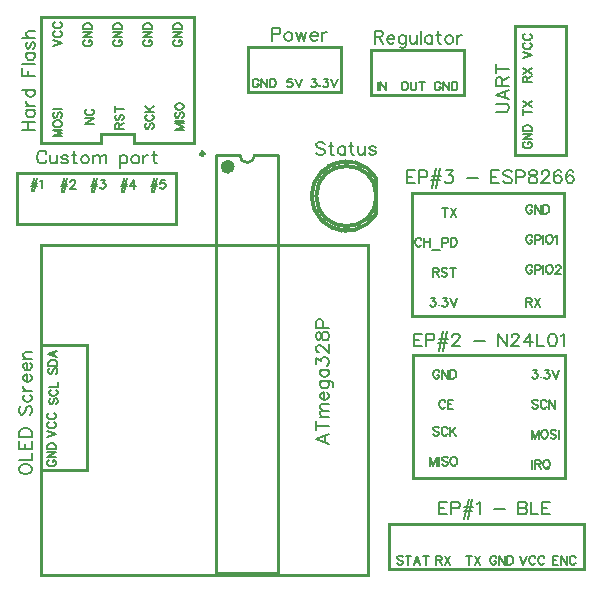
<source format=gto>
G04 Layer: TopSilkLayer*
G04 EasyEDA v6.2.46, 2019-10-16T15:20:01+02:00*
G04 17d91261987f4ea7b1e2a014808d89e6,c2ce4b80da084e9d99782b66b1536189,10*
G04 Gerber Generator version 0.2*
G04 Scale: 100 percent, Rotated: No, Reflected: No *
G04 Dimensions in millimeters *
G04 leading zeros omitted , absolute positions ,3 integer and 3 decimal *
%FSLAX33Y33*%
%MOMM*%
G90*
G71D02*

%ADD10C,0.254000*%
%ADD15C,0.304516*%
%ADD16C,0.304521*%
%ADD17C,0.599999*%
%ADD18C,0.299999*%
%ADD19C,0.127000*%
%ADD20C,0.177800*%
%ADD21C,0.152000*%

%LPD*%
G54D15*
G01X31262Y32504D02*
G01X31262Y35491D01*
G54D10*
G01X20955Y37473D02*
G01X22970Y37473D01*
G01X22970Y2073D01*
G01X17669Y2073D01*
G01X17669Y37473D01*
G01X19685Y37473D01*
G54D19*
G01X26888Y38415D02*
G01X26784Y38519D01*
G01X26629Y38570D01*
G01X26421Y38570D01*
G01X26266Y38519D01*
G01X26162Y38415D01*
G01X26162Y38311D01*
G01X26212Y38207D01*
G01X26266Y38156D01*
G01X26370Y38102D01*
G01X26682Y37998D01*
G01X26784Y37948D01*
G01X26837Y37897D01*
G01X26888Y37793D01*
G01X26888Y37635D01*
G01X26784Y37531D01*
G01X26629Y37480D01*
G01X26421Y37480D01*
G01X26266Y37531D01*
G01X26162Y37635D01*
G01X27388Y38570D02*
G01X27388Y37688D01*
G01X27439Y37531D01*
G01X27543Y37480D01*
G01X27647Y37480D01*
G01X27231Y38207D02*
G01X27597Y38207D01*
G01X28613Y38207D02*
G01X28613Y37480D01*
G01X28613Y38052D02*
G01X28511Y38156D01*
G01X28407Y38207D01*
G01X28249Y38207D01*
G01X28145Y38156D01*
G01X28041Y38052D01*
G01X27990Y37897D01*
G01X27990Y37793D01*
G01X28041Y37635D01*
G01X28145Y37531D01*
G01X28249Y37480D01*
G01X28407Y37480D01*
G01X28511Y37531D01*
G01X28613Y37635D01*
G01X29113Y38570D02*
G01X29113Y37688D01*
G01X29164Y37531D01*
G01X29268Y37480D01*
G01X29372Y37480D01*
G01X28956Y38207D02*
G01X29321Y38207D01*
G01X29715Y38207D02*
G01X29715Y37688D01*
G01X29768Y37531D01*
G01X29870Y37480D01*
G01X30027Y37480D01*
G01X30132Y37531D01*
G01X30287Y37688D01*
G01X30287Y38207D02*
G01X30287Y37480D01*
G01X31201Y38052D02*
G01X31150Y38156D01*
G01X30993Y38207D01*
G01X30838Y38207D01*
G01X30683Y38156D01*
G01X30629Y38052D01*
G01X30683Y37948D01*
G01X30784Y37897D01*
G01X31046Y37843D01*
G01X31150Y37793D01*
G01X31201Y37688D01*
G01X31201Y37635D01*
G01X31150Y37531D01*
G01X30993Y37480D01*
G01X30838Y37480D01*
G01X30683Y37531D01*
G01X30629Y37635D01*
G01X26162Y13434D02*
G01X27251Y13017D01*
G01X26162Y13434D02*
G01X27251Y13848D01*
G01X26888Y13172D02*
G01X26888Y13693D01*
G01X26162Y14554D02*
G01X27251Y14554D01*
G01X26162Y14190D02*
G01X26162Y14919D01*
G01X26525Y15262D02*
G01X27251Y15262D01*
G01X26733Y15262D02*
G01X26576Y15417D01*
G01X26525Y15521D01*
G01X26525Y15676D01*
G01X26576Y15780D01*
G01X26733Y15834D01*
G01X27251Y15834D01*
G01X26733Y15834D02*
G01X26576Y15989D01*
G01X26525Y16093D01*
G01X26525Y16248D01*
G01X26576Y16352D01*
G01X26733Y16405D01*
G01X27251Y16405D01*
G01X26835Y16748D02*
G01X26835Y17371D01*
G01X26733Y17371D01*
G01X26629Y17320D01*
G01X26576Y17266D01*
G01X26525Y17162D01*
G01X26525Y17007D01*
G01X26576Y16903D01*
G01X26680Y16799D01*
G01X26835Y16748D01*
G01X26939Y16748D01*
G01X27096Y16799D01*
G01X27200Y16903D01*
G01X27251Y17007D01*
G01X27251Y17162D01*
G01X27200Y17266D01*
G01X27096Y17371D01*
G01X26525Y18338D02*
G01X27355Y18338D01*
G01X27510Y18285D01*
G01X27564Y18234D01*
G01X27614Y18130D01*
G01X27614Y17973D01*
G01X27564Y17868D01*
G01X26680Y18338D02*
G01X26576Y18234D01*
G01X26525Y18130D01*
G01X26525Y17973D01*
G01X26576Y17868D01*
G01X26680Y17767D01*
G01X26835Y17713D01*
G01X26939Y17713D01*
G01X27096Y17767D01*
G01X27200Y17868D01*
G01X27251Y17973D01*
G01X27251Y18130D01*
G01X27200Y18234D01*
G01X27096Y18338D01*
G01X26525Y19303D02*
G01X27251Y19303D01*
G01X26680Y19303D02*
G01X26576Y19199D01*
G01X26525Y19095D01*
G01X26525Y18940D01*
G01X26576Y18836D01*
G01X26680Y18732D01*
G01X26835Y18681D01*
G01X26939Y18681D01*
G01X27096Y18732D01*
G01X27200Y18836D01*
G01X27251Y18940D01*
G01X27251Y19095D01*
G01X27200Y19199D01*
G01X27096Y19303D01*
G01X26162Y19751D02*
G01X26162Y20322D01*
G01X26576Y20010D01*
G01X26576Y20167D01*
G01X26629Y20269D01*
G01X26680Y20322D01*
G01X26835Y20373D01*
G01X26939Y20373D01*
G01X27096Y20322D01*
G01X27200Y20218D01*
G01X27251Y20063D01*
G01X27251Y19905D01*
G01X27200Y19751D01*
G01X27147Y19697D01*
G01X27043Y19646D01*
G01X26421Y20769D02*
G01X26367Y20769D01*
G01X26263Y20820D01*
G01X26212Y20873D01*
G01X26162Y20977D01*
G01X26162Y21183D01*
G01X26212Y21287D01*
G01X26263Y21341D01*
G01X26367Y21391D01*
G01X26471Y21391D01*
G01X26576Y21341D01*
G01X26733Y21236D01*
G01X27251Y20716D01*
G01X27251Y21445D01*
G01X26162Y22047D02*
G01X26212Y21892D01*
G01X26316Y21838D01*
G01X26421Y21838D01*
G01X26525Y21892D01*
G01X26576Y21996D01*
G01X26629Y22202D01*
G01X26680Y22359D01*
G01X26784Y22463D01*
G01X26888Y22514D01*
G01X27043Y22514D01*
G01X27147Y22463D01*
G01X27200Y22410D01*
G01X27251Y22255D01*
G01X27251Y22047D01*
G01X27200Y21892D01*
G01X27147Y21838D01*
G01X27043Y21788D01*
G01X26888Y21788D01*
G01X26784Y21838D01*
G01X26680Y21943D01*
G01X26629Y22097D01*
G01X26576Y22306D01*
G01X26525Y22410D01*
G01X26421Y22463D01*
G01X26316Y22463D01*
G01X26212Y22410D01*
G01X26162Y22255D01*
G01X26162Y22047D01*
G01X26162Y22857D02*
G01X27251Y22857D01*
G01X26162Y22857D02*
G01X26162Y23324D01*
G01X26212Y23482D01*
G01X26263Y23533D01*
G01X26367Y23583D01*
G01X26525Y23583D01*
G01X26629Y23533D01*
G01X26680Y23482D01*
G01X26733Y23324D01*
G01X26733Y22857D01*
G54D20*
G01X41389Y41103D02*
G01X42166Y41103D01*
G01X42324Y41156D01*
G01X42428Y41261D01*
G01X42479Y41415D01*
G01X42479Y41520D01*
G01X42428Y41675D01*
G01X42324Y41779D01*
G01X42166Y41832D01*
G01X41389Y41832D01*
G01X41389Y42589D02*
G01X42479Y42175D01*
G01X41389Y42589D02*
G01X42479Y43006D01*
G01X42115Y42330D02*
G01X42115Y42851D01*
G01X41389Y43348D02*
G01X42479Y43348D01*
G01X41389Y43348D02*
G01X41389Y43816D01*
G01X41440Y43973D01*
G01X41490Y44024D01*
G01X41595Y44075D01*
G01X41699Y44075D01*
G01X41803Y44024D01*
G01X41856Y43973D01*
G01X41907Y43816D01*
G01X41907Y43348D01*
G01X41907Y43712D02*
G01X42479Y44075D01*
G01X41389Y44784D02*
G01X42479Y44784D01*
G01X41389Y44418D02*
G01X41389Y45147D01*
G54D21*
G01X43848Y38573D02*
G01X43779Y38538D01*
G01X43708Y38469D01*
G01X43675Y38401D01*
G01X43675Y38263D01*
G01X43708Y38192D01*
G01X43779Y38124D01*
G01X43848Y38091D01*
G01X43952Y38055D01*
G01X44124Y38055D01*
G01X44226Y38091D01*
G01X44297Y38124D01*
G01X44366Y38192D01*
G01X44399Y38263D01*
G01X44399Y38401D01*
G01X44366Y38469D01*
G01X44297Y38538D01*
G01X44226Y38573D01*
G01X44124Y38573D01*
G01X44124Y38401D02*
G01X44124Y38573D01*
G01X43675Y38802D02*
G01X44399Y38802D01*
G01X43675Y38802D02*
G01X44399Y39284D01*
G01X43675Y39284D02*
G01X44399Y39284D01*
G01X43675Y39513D02*
G01X44399Y39513D01*
G01X43675Y39513D02*
G01X43675Y39754D01*
G01X43708Y39858D01*
G01X43779Y39927D01*
G01X43848Y39963D01*
G01X43952Y39996D01*
G01X44124Y39996D01*
G01X44226Y39963D01*
G01X44297Y39927D01*
G01X44366Y39858D01*
G01X44399Y39754D01*
G01X44399Y39513D01*
G01X43675Y45675D02*
G01X44399Y45952D01*
G01X43675Y46229D02*
G01X44399Y45952D01*
G01X43848Y46973D02*
G01X43779Y46940D01*
G01X43708Y46871D01*
G01X43675Y46800D01*
G01X43675Y46663D01*
G01X43708Y46595D01*
G01X43779Y46526D01*
G01X43848Y46490D01*
G01X43952Y46455D01*
G01X44124Y46455D01*
G01X44226Y46490D01*
G01X44297Y46526D01*
G01X44366Y46595D01*
G01X44399Y46663D01*
G01X44399Y46800D01*
G01X44366Y46871D01*
G01X44297Y46940D01*
G01X44226Y46973D01*
G01X43848Y47720D02*
G01X43779Y47687D01*
G01X43708Y47616D01*
G01X43675Y47547D01*
G01X43675Y47410D01*
G01X43708Y47341D01*
G01X43779Y47270D01*
G01X43848Y47237D01*
G01X43952Y47202D01*
G01X44124Y47202D01*
G01X44226Y47237D01*
G01X44297Y47270D01*
G01X44366Y47341D01*
G01X44399Y47410D01*
G01X44399Y47547D01*
G01X44366Y47616D01*
G01X44297Y47687D01*
G01X44226Y47720D01*
G01X43675Y41090D02*
G01X44399Y41090D01*
G01X43675Y40849D02*
G01X43675Y41332D01*
G01X43675Y41560D02*
G01X44399Y42045D01*
G01X43675Y42045D02*
G01X44399Y41560D01*
G01X43675Y43643D02*
G01X44399Y43643D01*
G01X43675Y43643D02*
G01X43675Y43953D01*
G01X43708Y44057D01*
G01X43743Y44093D01*
G01X43812Y44126D01*
G01X43881Y44126D01*
G01X43952Y44093D01*
G01X43985Y44057D01*
G01X44020Y43953D01*
G01X44020Y43643D01*
G01X44020Y43884D02*
G01X44399Y44126D01*
G01X43675Y44354D02*
G01X44399Y44839D01*
G01X43675Y44839D02*
G01X44399Y44354D01*
G54D20*
G01X33832Y36167D02*
G01X33832Y35077D01*
G01X33832Y36167D02*
G01X34508Y36167D01*
G01X33832Y35648D02*
G01X34249Y35648D01*
G01X33832Y35077D02*
G01X34508Y35077D01*
G01X34851Y36167D02*
G01X34851Y35077D01*
G01X34851Y36167D02*
G01X35318Y36167D01*
G01X35473Y36116D01*
G01X35526Y36062D01*
G01X35577Y35961D01*
G01X35577Y35803D01*
G01X35526Y35699D01*
G01X35473Y35648D01*
G01X35318Y35595D01*
G01X34851Y35595D01*
G01X36337Y36375D02*
G01X35974Y34714D01*
G01X36649Y36375D02*
G01X36283Y34714D01*
G01X35974Y35699D02*
G01X36700Y35699D01*
G01X35920Y35389D02*
G01X36649Y35389D01*
G01X37147Y36167D02*
G01X37719Y36167D01*
G01X37406Y35753D01*
G01X37564Y35753D01*
G01X37668Y35699D01*
G01X37719Y35648D01*
G01X37769Y35491D01*
G01X37769Y35389D01*
G01X37719Y35232D01*
G01X37614Y35128D01*
G01X37459Y35077D01*
G01X37302Y35077D01*
G01X37147Y35128D01*
G01X37096Y35181D01*
G01X37043Y35285D01*
G01X38912Y35544D02*
G01X39850Y35544D01*
G01X40993Y36167D02*
G01X40993Y35077D01*
G01X40993Y36167D02*
G01X41668Y36167D01*
G01X40993Y35648D02*
G01X41407Y35648D01*
G01X40993Y35077D02*
G01X41668Y35077D01*
G01X42738Y36012D02*
G01X42633Y36116D01*
G01X42478Y36167D01*
G01X42270Y36167D01*
G01X42113Y36116D01*
G01X42011Y36012D01*
G01X42011Y35907D01*
G01X42062Y35803D01*
G01X42113Y35753D01*
G01X42217Y35699D01*
G01X42529Y35595D01*
G01X42633Y35544D01*
G01X42684Y35491D01*
G01X42738Y35389D01*
G01X42738Y35232D01*
G01X42633Y35128D01*
G01X42478Y35077D01*
G01X42270Y35077D01*
G01X42113Y35128D01*
G01X42011Y35232D01*
G01X43080Y36167D02*
G01X43080Y35077D01*
G01X43080Y36167D02*
G01X43548Y36167D01*
G01X43703Y36116D01*
G01X43756Y36062D01*
G01X43807Y35961D01*
G01X43807Y35803D01*
G01X43756Y35699D01*
G01X43703Y35648D01*
G01X43548Y35595D01*
G01X43080Y35595D01*
G01X44411Y36167D02*
G01X44254Y36116D01*
G01X44203Y36012D01*
G01X44203Y35907D01*
G01X44254Y35803D01*
G01X44358Y35753D01*
G01X44566Y35699D01*
G01X44721Y35648D01*
G01X44825Y35544D01*
G01X44879Y35440D01*
G01X44879Y35285D01*
G01X44825Y35181D01*
G01X44775Y35128D01*
G01X44617Y35077D01*
G01X44411Y35077D01*
G01X44254Y35128D01*
G01X44203Y35181D01*
G01X44150Y35285D01*
G01X44150Y35440D01*
G01X44203Y35544D01*
G01X44307Y35648D01*
G01X44462Y35699D01*
G01X44670Y35753D01*
G01X44775Y35803D01*
G01X44825Y35907D01*
G01X44825Y36012D01*
G01X44775Y36116D01*
G01X44617Y36167D01*
G01X44411Y36167D01*
G01X45272Y35907D02*
G01X45272Y35961D01*
G01X45326Y36062D01*
G01X45377Y36116D01*
G01X45481Y36167D01*
G01X45689Y36167D01*
G01X45793Y36116D01*
G01X45844Y36062D01*
G01X45897Y35961D01*
G01X45897Y35857D01*
G01X45844Y35753D01*
G01X45740Y35595D01*
G01X45222Y35077D01*
G01X45948Y35077D01*
G01X46913Y36012D02*
G01X46863Y36116D01*
G01X46708Y36167D01*
G01X46603Y36167D01*
G01X46446Y36116D01*
G01X46342Y35961D01*
G01X46291Y35699D01*
G01X46291Y35440D01*
G01X46342Y35232D01*
G01X46446Y35128D01*
G01X46603Y35077D01*
G01X46654Y35077D01*
G01X46812Y35128D01*
G01X46913Y35232D01*
G01X46967Y35389D01*
G01X46967Y35440D01*
G01X46913Y35595D01*
G01X46812Y35699D01*
G01X46654Y35753D01*
G01X46603Y35753D01*
G01X46446Y35699D01*
G01X46342Y35595D01*
G01X46291Y35440D01*
G01X47932Y36012D02*
G01X47881Y36116D01*
G01X47726Y36167D01*
G01X47622Y36167D01*
G01X47464Y36116D01*
G01X47360Y35961D01*
G01X47310Y35699D01*
G01X47310Y35440D01*
G01X47360Y35232D01*
G01X47464Y35128D01*
G01X47622Y35077D01*
G01X47673Y35077D01*
G01X47828Y35128D01*
G01X47932Y35232D01*
G01X47985Y35389D01*
G01X47985Y35440D01*
G01X47932Y35595D01*
G01X47828Y35699D01*
G01X47673Y35753D01*
G01X47622Y35753D01*
G01X47464Y35699D01*
G01X47360Y35595D01*
G01X47310Y35440D01*
G54D21*
G01X37071Y32981D02*
G01X37071Y32258D01*
G01X36829Y32981D02*
G01X37312Y32981D01*
G01X37541Y32981D02*
G01X38026Y32258D01*
G01X38026Y32981D02*
G01X37541Y32258D01*
G01X35062Y30269D02*
G01X35026Y30337D01*
G01X34957Y30408D01*
G01X34889Y30441D01*
G01X34752Y30441D01*
G01X34681Y30408D01*
G01X34612Y30337D01*
G01X34579Y30269D01*
G01X34543Y30165D01*
G01X34543Y29992D01*
G01X34579Y29890D01*
G01X34612Y29819D01*
G01X34681Y29751D01*
G01X34752Y29718D01*
G01X34889Y29718D01*
G01X34957Y29751D01*
G01X35026Y29819D01*
G01X35062Y29890D01*
G01X35290Y30441D02*
G01X35290Y29718D01*
G01X35773Y30441D02*
G01X35773Y29718D01*
G01X35290Y30096D02*
G01X35773Y30096D01*
G01X36001Y29474D02*
G01X36624Y29474D01*
G01X36852Y30441D02*
G01X36852Y29718D01*
G01X36852Y30441D02*
G01X37162Y30441D01*
G01X37266Y30408D01*
G01X37299Y30373D01*
G01X37335Y30304D01*
G01X37335Y30200D01*
G01X37299Y30132D01*
G01X37266Y30096D01*
G01X37162Y30063D01*
G01X36852Y30063D01*
G01X37564Y30441D02*
G01X37564Y29718D01*
G01X37564Y30441D02*
G01X37805Y30441D01*
G01X37909Y30408D01*
G01X37978Y30337D01*
G01X38011Y30269D01*
G01X38046Y30165D01*
G01X38046Y29992D01*
G01X38011Y29890D01*
G01X37978Y29819D01*
G01X37909Y29751D01*
G01X37805Y29718D01*
G01X37564Y29718D01*
G01X36067Y27901D02*
G01X36067Y27178D01*
G01X36067Y27901D02*
G01X36377Y27901D01*
G01X36481Y27868D01*
G01X36517Y27833D01*
G01X36550Y27764D01*
G01X36550Y27696D01*
G01X36517Y27625D01*
G01X36481Y27592D01*
G01X36377Y27556D01*
G01X36067Y27556D01*
G01X36309Y27556D02*
G01X36550Y27178D01*
G01X37264Y27797D02*
G01X37193Y27868D01*
G01X37091Y27901D01*
G01X36951Y27901D01*
G01X36847Y27868D01*
G01X36779Y27797D01*
G01X36779Y27729D01*
G01X36814Y27660D01*
G01X36847Y27625D01*
G01X36918Y27592D01*
G01X37124Y27523D01*
G01X37193Y27487D01*
G01X37228Y27452D01*
G01X37264Y27383D01*
G01X37264Y27279D01*
G01X37193Y27211D01*
G01X37091Y27178D01*
G01X36951Y27178D01*
G01X36847Y27211D01*
G01X36779Y27279D01*
G01X37734Y27901D02*
G01X37734Y27178D01*
G01X37490Y27901D02*
G01X37975Y27901D01*
G01X35882Y25361D02*
G01X36260Y25361D01*
G01X36055Y25085D01*
G01X36159Y25085D01*
G01X36227Y25051D01*
G01X36260Y25016D01*
G01X36296Y24912D01*
G01X36296Y24843D01*
G01X36260Y24739D01*
G01X36192Y24670D01*
G01X36088Y24637D01*
G01X35986Y24637D01*
G01X35882Y24670D01*
G01X35846Y24706D01*
G01X35813Y24775D01*
G01X36558Y24810D02*
G01X36525Y24775D01*
G01X36558Y24739D01*
G01X36593Y24775D01*
G01X36558Y24810D01*
G01X36890Y25361D02*
G01X37269Y25361D01*
G01X37063Y25085D01*
G01X37167Y25085D01*
G01X37236Y25051D01*
G01X37269Y25016D01*
G01X37304Y24912D01*
G01X37304Y24843D01*
G01X37269Y24739D01*
G01X37200Y24670D01*
G01X37096Y24637D01*
G01X36995Y24637D01*
G01X36890Y24670D01*
G01X36855Y24706D01*
G01X36822Y24775D01*
G01X37533Y25361D02*
G01X37810Y24637D01*
G01X38084Y25361D02*
G01X37810Y24637D01*
G01X44460Y33063D02*
G01X44424Y33131D01*
G01X44355Y33202D01*
G01X44287Y33235D01*
G01X44150Y33235D01*
G01X44079Y33202D01*
G01X44010Y33131D01*
G01X43977Y33063D01*
G01X43941Y32959D01*
G01X43941Y32786D01*
G01X43977Y32684D01*
G01X44010Y32613D01*
G01X44079Y32544D01*
G01X44150Y32511D01*
G01X44287Y32511D01*
G01X44355Y32544D01*
G01X44424Y32613D01*
G01X44460Y32684D01*
G01X44460Y32786D01*
G01X44287Y32786D02*
G01X44460Y32786D01*
G01X44688Y33235D02*
G01X44688Y32511D01*
G01X44688Y33235D02*
G01X45171Y32511D01*
G01X45171Y33235D02*
G01X45171Y32511D01*
G01X45399Y33235D02*
G01X45399Y32511D01*
G01X45399Y33235D02*
G01X45641Y33235D01*
G01X45745Y33202D01*
G01X45813Y33131D01*
G01X45849Y33063D01*
G01X45882Y32959D01*
G01X45882Y32786D01*
G01X45849Y32684D01*
G01X45813Y32613D01*
G01X45745Y32544D01*
G01X45641Y32511D01*
G01X45399Y32511D01*
G01X44460Y30523D02*
G01X44424Y30591D01*
G01X44355Y30662D01*
G01X44287Y30695D01*
G01X44150Y30695D01*
G01X44079Y30662D01*
G01X44010Y30591D01*
G01X43977Y30523D01*
G01X43941Y30419D01*
G01X43941Y30246D01*
G01X43977Y30144D01*
G01X44010Y30073D01*
G01X44079Y30004D01*
G01X44150Y29971D01*
G01X44287Y29971D01*
G01X44355Y30004D01*
G01X44424Y30073D01*
G01X44460Y30144D01*
G01X44460Y30246D01*
G01X44287Y30246D02*
G01X44460Y30246D01*
G01X44688Y30695D02*
G01X44688Y29971D01*
G01X44688Y30695D02*
G01X44998Y30695D01*
G01X45102Y30662D01*
G01X45138Y30627D01*
G01X45171Y30558D01*
G01X45171Y30454D01*
G01X45138Y30385D01*
G01X45102Y30350D01*
G01X44998Y30317D01*
G01X44688Y30317D01*
G01X45399Y30695D02*
G01X45399Y29971D01*
G01X45834Y30695D02*
G01X45765Y30662D01*
G01X45697Y30591D01*
G01X45661Y30523D01*
G01X45628Y30419D01*
G01X45628Y30246D01*
G01X45661Y30144D01*
G01X45697Y30073D01*
G01X45765Y30004D01*
G01X45834Y29971D01*
G01X45973Y29971D01*
G01X46042Y30004D01*
G01X46111Y30073D01*
G01X46146Y30144D01*
G01X46179Y30246D01*
G01X46179Y30419D01*
G01X46146Y30523D01*
G01X46111Y30591D01*
G01X46042Y30662D01*
G01X45973Y30695D01*
G01X45834Y30695D01*
G01X46408Y30558D02*
G01X46476Y30591D01*
G01X46581Y30695D01*
G01X46581Y29971D01*
G01X44460Y27983D02*
G01X44424Y28051D01*
G01X44355Y28122D01*
G01X44287Y28155D01*
G01X44150Y28155D01*
G01X44079Y28122D01*
G01X44010Y28051D01*
G01X43977Y27983D01*
G01X43941Y27879D01*
G01X43941Y27706D01*
G01X43977Y27604D01*
G01X44010Y27533D01*
G01X44079Y27464D01*
G01X44150Y27431D01*
G01X44287Y27431D01*
G01X44355Y27464D01*
G01X44424Y27533D01*
G01X44460Y27604D01*
G01X44460Y27706D01*
G01X44287Y27706D02*
G01X44460Y27706D01*
G01X44688Y28155D02*
G01X44688Y27431D01*
G01X44688Y28155D02*
G01X44998Y28155D01*
G01X45102Y28122D01*
G01X45138Y28087D01*
G01X45171Y28018D01*
G01X45171Y27914D01*
G01X45138Y27845D01*
G01X45102Y27810D01*
G01X44998Y27777D01*
G01X44688Y27777D01*
G01X45399Y28155D02*
G01X45399Y27431D01*
G01X45834Y28155D02*
G01X45765Y28122D01*
G01X45697Y28051D01*
G01X45661Y27983D01*
G01X45628Y27879D01*
G01X45628Y27706D01*
G01X45661Y27604D01*
G01X45697Y27533D01*
G01X45765Y27464D01*
G01X45834Y27431D01*
G01X45973Y27431D01*
G01X46042Y27464D01*
G01X46111Y27533D01*
G01X46146Y27604D01*
G01X46179Y27706D01*
G01X46179Y27879D01*
G01X46146Y27983D01*
G01X46111Y28051D01*
G01X46042Y28122D01*
G01X45973Y28155D01*
G01X45834Y28155D01*
G01X46443Y27983D02*
G01X46443Y28018D01*
G01X46476Y28087D01*
G01X46512Y28122D01*
G01X46581Y28155D01*
G01X46718Y28155D01*
G01X46789Y28122D01*
G01X46822Y28087D01*
G01X46857Y28018D01*
G01X46857Y27950D01*
G01X46822Y27879D01*
G01X46753Y27777D01*
G01X46408Y27431D01*
G01X46890Y27431D01*
G01X43941Y25361D02*
G01X43941Y24638D01*
G01X43941Y25361D02*
G01X44251Y25361D01*
G01X44355Y25328D01*
G01X44391Y25293D01*
G01X44424Y25224D01*
G01X44424Y25156D01*
G01X44391Y25085D01*
G01X44355Y25052D01*
G01X44251Y25016D01*
G01X43941Y25016D01*
G01X44183Y25016D02*
G01X44424Y24638D01*
G01X44653Y25361D02*
G01X45138Y24638D01*
G01X45138Y25361D02*
G01X44653Y24638D01*
G54D20*
G01X34422Y22357D02*
G01X34422Y21267D01*
G01X34422Y22357D02*
G01X35097Y22357D01*
G01X34422Y21838D02*
G01X34838Y21838D01*
G01X34422Y21267D02*
G01X35097Y21267D01*
G01X35440Y22357D02*
G01X35440Y21267D01*
G01X35440Y22357D02*
G01X35907Y22357D01*
G01X36062Y22306D01*
G01X36116Y22252D01*
G01X36167Y22151D01*
G01X36167Y21993D01*
G01X36116Y21889D01*
G01X36062Y21838D01*
G01X35907Y21785D01*
G01X35440Y21785D01*
G01X36926Y22565D02*
G01X36563Y20904D01*
G01X37238Y22565D02*
G01X36873Y20904D01*
G01X36563Y21889D02*
G01X37289Y21889D01*
G01X36509Y21579D02*
G01X37238Y21579D01*
G01X37685Y22098D02*
G01X37685Y22151D01*
G01X37736Y22252D01*
G01X37787Y22306D01*
G01X37891Y22357D01*
G01X38100Y22357D01*
G01X38204Y22306D01*
G01X38257Y22252D01*
G01X38308Y22151D01*
G01X38308Y22047D01*
G01X38257Y21943D01*
G01X38153Y21785D01*
G01X37632Y21267D01*
G01X38359Y21267D01*
G01X39502Y21734D02*
G01X40439Y21734D01*
G01X41582Y22357D02*
G01X41582Y21267D01*
G01X41582Y22357D02*
G01X42308Y21267D01*
G01X42308Y22357D02*
G01X42308Y21267D01*
G01X42702Y22098D02*
G01X42702Y22151D01*
G01X42755Y22252D01*
G01X42806Y22306D01*
G01X42910Y22357D01*
G01X43119Y22357D01*
G01X43223Y22306D01*
G01X43273Y22252D01*
G01X43327Y22151D01*
G01X43327Y22047D01*
G01X43273Y21943D01*
G01X43172Y21785D01*
G01X42651Y21267D01*
G01X43378Y21267D01*
G01X44241Y22357D02*
G01X43721Y21630D01*
G01X44500Y21630D01*
G01X44241Y22357D02*
G01X44241Y21267D01*
G01X44843Y22357D02*
G01X44843Y21267D01*
G01X44843Y21267D02*
G01X45468Y21267D01*
G01X46121Y22357D02*
G01X45966Y22306D01*
G01X45862Y22151D01*
G01X45811Y21889D01*
G01X45811Y21734D01*
G01X45862Y21475D01*
G01X45966Y21318D01*
G01X46121Y21267D01*
G01X46225Y21267D01*
G01X46382Y21318D01*
G01X46487Y21475D01*
G01X46537Y21734D01*
G01X46537Y21889D01*
G01X46487Y22151D01*
G01X46382Y22306D01*
G01X46225Y22357D01*
G01X46121Y22357D01*
G01X46880Y22151D02*
G01X46984Y22202D01*
G01X47139Y22357D01*
G01X47139Y21267D01*
G54D21*
G01X36586Y19093D02*
G01X36550Y19161D01*
G01X36482Y19232D01*
G01X36413Y19265D01*
G01X36276Y19265D01*
G01X36205Y19232D01*
G01X36136Y19161D01*
G01X36103Y19093D01*
G01X36068Y18989D01*
G01X36068Y18816D01*
G01X36103Y18714D01*
G01X36136Y18643D01*
G01X36205Y18575D01*
G01X36276Y18542D01*
G01X36413Y18542D01*
G01X36482Y18575D01*
G01X36550Y18643D01*
G01X36586Y18714D01*
G01X36586Y18816D01*
G01X36413Y18816D02*
G01X36586Y18816D01*
G01X36814Y19265D02*
G01X36814Y18542D01*
G01X36814Y19265D02*
G01X37297Y18542D01*
G01X37297Y19265D02*
G01X37297Y18542D01*
G01X37525Y19265D02*
G01X37525Y18542D01*
G01X37525Y19265D02*
G01X37767Y19265D01*
G01X37871Y19232D01*
G01X37939Y19161D01*
G01X37975Y19093D01*
G01X38008Y18989D01*
G01X38008Y18816D01*
G01X37975Y18714D01*
G01X37939Y18643D01*
G01X37871Y18575D01*
G01X37767Y18542D01*
G01X37525Y18542D01*
G01X37094Y16553D02*
G01X37058Y16621D01*
G01X36990Y16692D01*
G01X36921Y16725D01*
G01X36784Y16725D01*
G01X36713Y16692D01*
G01X36644Y16621D01*
G01X36611Y16553D01*
G01X36576Y16449D01*
G01X36576Y16276D01*
G01X36611Y16174D01*
G01X36644Y16103D01*
G01X36713Y16035D01*
G01X36784Y16002D01*
G01X36921Y16002D01*
G01X36990Y16035D01*
G01X37058Y16103D01*
G01X37094Y16174D01*
G01X37322Y16725D02*
G01X37322Y16002D01*
G01X37322Y16725D02*
G01X37772Y16725D01*
G01X37322Y16380D02*
G01X37599Y16380D01*
G01X37322Y16002D02*
G01X37772Y16002D01*
G01X36550Y14335D02*
G01X36482Y14406D01*
G01X36377Y14439D01*
G01X36240Y14439D01*
G01X36136Y14406D01*
G01X36068Y14335D01*
G01X36068Y14267D01*
G01X36103Y14198D01*
G01X36136Y14163D01*
G01X36205Y14130D01*
G01X36413Y14061D01*
G01X36482Y14025D01*
G01X36517Y13990D01*
G01X36550Y13921D01*
G01X36550Y13817D01*
G01X36482Y13749D01*
G01X36377Y13716D01*
G01X36240Y13716D01*
G01X36136Y13749D01*
G01X36068Y13817D01*
G01X37297Y14267D02*
G01X37264Y14335D01*
G01X37193Y14406D01*
G01X37124Y14439D01*
G01X36987Y14439D01*
G01X36918Y14406D01*
G01X36847Y14335D01*
G01X36814Y14267D01*
G01X36779Y14163D01*
G01X36779Y13990D01*
G01X36814Y13888D01*
G01X36847Y13817D01*
G01X36918Y13749D01*
G01X36987Y13716D01*
G01X37124Y13716D01*
G01X37193Y13749D01*
G01X37264Y13817D01*
G01X37297Y13888D01*
G01X37525Y14439D02*
G01X37525Y13716D01*
G01X38008Y14439D02*
G01X37525Y13957D01*
G01X37698Y14130D02*
G01X38008Y13716D01*
G01X35814Y11899D02*
G01X35814Y11176D01*
G01X35814Y11899D02*
G01X36090Y11176D01*
G01X36367Y11899D02*
G01X36090Y11176D01*
G01X36367Y11899D02*
G01X36367Y11176D01*
G01X36593Y11899D02*
G01X36593Y11176D01*
G01X37307Y11795D02*
G01X37236Y11866D01*
G01X37134Y11899D01*
G01X36995Y11899D01*
G01X36890Y11866D01*
G01X36822Y11795D01*
G01X36822Y11727D01*
G01X36857Y11658D01*
G01X36890Y11623D01*
G01X36962Y11590D01*
G01X37167Y11521D01*
G01X37236Y11485D01*
G01X37271Y11450D01*
G01X37307Y11381D01*
G01X37307Y11277D01*
G01X37236Y11209D01*
G01X37134Y11176D01*
G01X36995Y11176D01*
G01X36890Y11209D01*
G01X36822Y11277D01*
G01X37741Y11899D02*
G01X37673Y11866D01*
G01X37604Y11795D01*
G01X37569Y11727D01*
G01X37533Y11623D01*
G01X37533Y11450D01*
G01X37569Y11348D01*
G01X37604Y11277D01*
G01X37673Y11209D01*
G01X37741Y11176D01*
G01X37879Y11176D01*
G01X37950Y11209D01*
G01X38018Y11277D01*
G01X38051Y11348D01*
G01X38087Y11450D01*
G01X38087Y11623D01*
G01X38051Y11727D01*
G01X38018Y11795D01*
G01X37950Y11866D01*
G01X37879Y11899D01*
G01X37741Y11899D01*
G01X44521Y19265D02*
G01X44899Y19265D01*
G01X44693Y18989D01*
G01X44795Y18989D01*
G01X44866Y18956D01*
G01X44899Y18920D01*
G01X44935Y18816D01*
G01X44935Y18747D01*
G01X44899Y18643D01*
G01X44831Y18575D01*
G01X44726Y18542D01*
G01X44622Y18542D01*
G01X44521Y18575D01*
G01X44485Y18610D01*
G01X44450Y18679D01*
G01X45196Y18714D02*
G01X45163Y18679D01*
G01X45196Y18643D01*
G01X45232Y18679D01*
G01X45196Y18714D01*
G01X45529Y19265D02*
G01X45907Y19265D01*
G01X45702Y18989D01*
G01X45806Y18989D01*
G01X45874Y18956D01*
G01X45907Y18920D01*
G01X45943Y18816D01*
G01X45943Y18747D01*
G01X45907Y18643D01*
G01X45839Y18575D01*
G01X45735Y18542D01*
G01X45633Y18542D01*
G01X45529Y18575D01*
G01X45493Y18610D01*
G01X45460Y18679D01*
G01X46172Y19265D02*
G01X46448Y18542D01*
G01X46723Y19265D02*
G01X46448Y18542D01*
G01X44932Y16621D02*
G01X44864Y16692D01*
G01X44759Y16725D01*
G01X44622Y16725D01*
G01X44518Y16692D01*
G01X44450Y16621D01*
G01X44450Y16553D01*
G01X44485Y16484D01*
G01X44518Y16449D01*
G01X44587Y16416D01*
G01X44795Y16347D01*
G01X44864Y16311D01*
G01X44899Y16276D01*
G01X44932Y16207D01*
G01X44932Y16103D01*
G01X44864Y16035D01*
G01X44759Y16002D01*
G01X44622Y16002D01*
G01X44518Y16035D01*
G01X44450Y16103D01*
G01X45679Y16553D02*
G01X45646Y16621D01*
G01X45575Y16692D01*
G01X45506Y16725D01*
G01X45369Y16725D01*
G01X45300Y16692D01*
G01X45229Y16621D01*
G01X45196Y16553D01*
G01X45161Y16449D01*
G01X45161Y16276D01*
G01X45196Y16174D01*
G01X45229Y16103D01*
G01X45300Y16035D01*
G01X45369Y16002D01*
G01X45506Y16002D01*
G01X45575Y16035D01*
G01X45646Y16103D01*
G01X45679Y16174D01*
G01X45907Y16725D02*
G01X45907Y16002D01*
G01X45907Y16725D02*
G01X46390Y16002D01*
G01X46390Y16725D02*
G01X46390Y16002D01*
G01X44450Y14185D02*
G01X44450Y13462D01*
G01X44450Y14185D02*
G01X44726Y13462D01*
G01X45003Y14185D02*
G01X44726Y13462D01*
G01X45003Y14185D02*
G01X45003Y13462D01*
G01X45438Y14185D02*
G01X45369Y14152D01*
G01X45300Y14081D01*
G01X45265Y14013D01*
G01X45229Y13909D01*
G01X45229Y13736D01*
G01X45265Y13634D01*
G01X45300Y13563D01*
G01X45369Y13495D01*
G01X45438Y13462D01*
G01X45575Y13462D01*
G01X45646Y13495D01*
G01X45714Y13563D01*
G01X45747Y13634D01*
G01X45783Y13736D01*
G01X45783Y13909D01*
G01X45747Y14013D01*
G01X45714Y14081D01*
G01X45646Y14152D01*
G01X45575Y14185D01*
G01X45438Y14185D01*
G01X46494Y14081D02*
G01X46426Y14152D01*
G01X46321Y14185D01*
G01X46184Y14185D01*
G01X46080Y14152D01*
G01X46012Y14081D01*
G01X46012Y14013D01*
G01X46045Y13944D01*
G01X46080Y13909D01*
G01X46149Y13876D01*
G01X46357Y13807D01*
G01X46426Y13771D01*
G01X46461Y13736D01*
G01X46494Y13667D01*
G01X46494Y13563D01*
G01X46426Y13495D01*
G01X46321Y13462D01*
G01X46184Y13462D01*
G01X46080Y13495D01*
G01X46012Y13563D01*
G01X46723Y14185D02*
G01X46723Y13462D01*
G01X44450Y11645D02*
G01X44450Y10922D01*
G01X44678Y11645D02*
G01X44678Y10922D01*
G01X44678Y11645D02*
G01X44988Y11645D01*
G01X45092Y11612D01*
G01X45128Y11577D01*
G01X45161Y11508D01*
G01X45161Y11440D01*
G01X45128Y11369D01*
G01X45092Y11336D01*
G01X44988Y11300D01*
G01X44678Y11300D01*
G01X44919Y11300D02*
G01X45161Y10922D01*
G01X45598Y11645D02*
G01X45526Y11612D01*
G01X45458Y11541D01*
G01X45425Y11473D01*
G01X45389Y11369D01*
G01X45389Y11196D01*
G01X45425Y11094D01*
G01X45458Y11023D01*
G01X45526Y10955D01*
G01X45598Y10922D01*
G01X45735Y10922D01*
G01X45803Y10955D01*
G01X45872Y11023D01*
G01X45907Y11094D01*
G01X45943Y11196D01*
G01X45943Y11369D01*
G01X45907Y11473D01*
G01X45872Y11541D01*
G01X45803Y11612D01*
G01X45735Y11645D01*
G01X45598Y11645D01*
G01X45699Y11059D02*
G01X45907Y10850D01*
G54D20*
G01X22410Y48257D02*
G01X22410Y47167D01*
G01X22410Y48257D02*
G01X22877Y48257D01*
G01X23032Y48206D01*
G01X23086Y48155D01*
G01X23136Y48051D01*
G01X23136Y47894D01*
G01X23086Y47790D01*
G01X23032Y47739D01*
G01X22877Y47685D01*
G01X22410Y47685D01*
G01X23741Y47894D02*
G01X23637Y47843D01*
G01X23533Y47739D01*
G01X23479Y47584D01*
G01X23479Y47480D01*
G01X23533Y47322D01*
G01X23637Y47218D01*
G01X23741Y47167D01*
G01X23896Y47167D01*
G01X24000Y47218D01*
G01X24104Y47322D01*
G01X24155Y47480D01*
G01X24155Y47584D01*
G01X24104Y47739D01*
G01X24000Y47843D01*
G01X23896Y47894D01*
G01X23741Y47894D01*
G01X24498Y47894D02*
G01X24706Y47167D01*
G01X24914Y47894D02*
G01X24706Y47167D01*
G01X24914Y47894D02*
G01X25123Y47167D01*
G01X25331Y47894D02*
G01X25123Y47167D01*
G01X25674Y47584D02*
G01X26296Y47584D01*
G01X26296Y47685D01*
G01X26245Y47790D01*
G01X26192Y47843D01*
G01X26088Y47894D01*
G01X25933Y47894D01*
G01X25829Y47843D01*
G01X25725Y47739D01*
G01X25674Y47584D01*
G01X25674Y47480D01*
G01X25725Y47322D01*
G01X25829Y47218D01*
G01X25933Y47167D01*
G01X26088Y47167D01*
G01X26192Y47218D01*
G01X26296Y47322D01*
G01X26639Y47894D02*
G01X26639Y47167D01*
G01X26639Y47584D02*
G01X26690Y47739D01*
G01X26794Y47843D01*
G01X26898Y47894D01*
G01X27056Y47894D01*
G54D21*
G01X21300Y43779D02*
G01X21264Y43848D01*
G01X21196Y43919D01*
G01X21127Y43952D01*
G01X20990Y43952D01*
G01X20919Y43919D01*
G01X20850Y43848D01*
G01X20817Y43779D01*
G01X20782Y43675D01*
G01X20782Y43502D01*
G01X20817Y43401D01*
G01X20850Y43329D01*
G01X20919Y43261D01*
G01X20990Y43228D01*
G01X21127Y43228D01*
G01X21196Y43261D01*
G01X21264Y43329D01*
G01X21300Y43401D01*
G01X21300Y43502D01*
G01X21127Y43502D02*
G01X21300Y43502D01*
G01X21529Y43952D02*
G01X21529Y43228D01*
G01X21529Y43952D02*
G01X22011Y43228D01*
G01X22011Y43952D02*
G01X22011Y43228D01*
G01X22240Y43952D02*
G01X22240Y43228D01*
G01X22240Y43952D02*
G01X22481Y43952D01*
G01X22585Y43919D01*
G01X22654Y43848D01*
G01X22689Y43779D01*
G01X22722Y43675D01*
G01X22722Y43502D01*
G01X22689Y43401D01*
G01X22654Y43329D01*
G01X22585Y43261D01*
G01X22481Y43228D01*
G01X22240Y43228D01*
G01X24094Y43939D02*
G01X23748Y43939D01*
G01X23715Y43629D01*
G01X23748Y43662D01*
G01X23853Y43698D01*
G01X23957Y43698D01*
G01X24061Y43662D01*
G01X24129Y43594D01*
G01X24162Y43489D01*
G01X24162Y43421D01*
G01X24129Y43317D01*
G01X24061Y43248D01*
G01X23957Y43215D01*
G01X23853Y43215D01*
G01X23748Y43248D01*
G01X23715Y43284D01*
G01X23680Y43352D01*
G01X24391Y43939D02*
G01X24668Y43215D01*
G01X24945Y43939D02*
G01X24668Y43215D01*
G01X25780Y43939D02*
G01X26161Y43939D01*
G01X25953Y43662D01*
G01X26057Y43662D01*
G01X26126Y43629D01*
G01X26161Y43594D01*
G01X26194Y43489D01*
G01X26194Y43421D01*
G01X26161Y43317D01*
G01X26093Y43248D01*
G01X25989Y43215D01*
G01X25885Y43215D01*
G01X25780Y43248D01*
G01X25747Y43284D01*
G01X25712Y43352D01*
G01X26459Y43388D02*
G01X26423Y43352D01*
G01X26459Y43317D01*
G01X26492Y43352D01*
G01X26459Y43388D01*
G01X26789Y43939D02*
G01X27170Y43939D01*
G01X26962Y43662D01*
G01X27066Y43662D01*
G01X27134Y43629D01*
G01X27170Y43594D01*
G01X27205Y43489D01*
G01X27205Y43421D01*
G01X27170Y43317D01*
G01X27101Y43248D01*
G01X26997Y43215D01*
G01X26893Y43215D01*
G01X26789Y43248D01*
G01X26756Y43284D01*
G01X26720Y43352D01*
G01X27431Y43939D02*
G01X27708Y43215D01*
G01X27985Y43939D02*
G01X27708Y43215D01*
G54D20*
G01X31103Y48003D02*
G01X31103Y46913D01*
G01X31103Y48003D02*
G01X31570Y48003D01*
G01X31725Y47952D01*
G01X31776Y47901D01*
G01X31830Y47797D01*
G01X31830Y47693D01*
G01X31776Y47589D01*
G01X31725Y47536D01*
G01X31570Y47485D01*
G01X31103Y47485D01*
G01X31466Y47485D02*
G01X31830Y46913D01*
G01X32172Y47330D02*
G01X32795Y47330D01*
G01X32795Y47431D01*
G01X32744Y47536D01*
G01X32691Y47589D01*
G01X32589Y47640D01*
G01X32431Y47640D01*
G01X32327Y47589D01*
G01X32223Y47485D01*
G01X32172Y47330D01*
G01X32172Y47226D01*
G01X32223Y47068D01*
G01X32327Y46964D01*
G01X32431Y46913D01*
G01X32589Y46913D01*
G01X32691Y46964D01*
G01X32795Y47068D01*
G01X33762Y47640D02*
G01X33762Y46809D01*
G01X33709Y46654D01*
G01X33658Y46601D01*
G01X33554Y46550D01*
G01X33399Y46550D01*
G01X33295Y46601D01*
G01X33762Y47485D02*
G01X33658Y47589D01*
G01X33554Y47640D01*
G01X33399Y47640D01*
G01X33295Y47589D01*
G01X33191Y47485D01*
G01X33138Y47330D01*
G01X33138Y47226D01*
G01X33191Y47068D01*
G01X33295Y46964D01*
G01X33399Y46913D01*
G01X33554Y46913D01*
G01X33658Y46964D01*
G01X33762Y47068D01*
G01X34105Y47640D02*
G01X34105Y47122D01*
G01X34156Y46964D01*
G01X34260Y46913D01*
G01X34418Y46913D01*
G01X34519Y46964D01*
G01X34677Y47122D01*
G01X34677Y47640D02*
G01X34677Y46913D01*
G01X35020Y48003D02*
G01X35020Y46913D01*
G01X35985Y47640D02*
G01X35985Y46913D01*
G01X35985Y47485D02*
G01X35881Y47589D01*
G01X35777Y47640D01*
G01X35622Y47640D01*
G01X35518Y47589D01*
G01X35413Y47485D01*
G01X35363Y47330D01*
G01X35363Y47226D01*
G01X35413Y47068D01*
G01X35518Y46964D01*
G01X35622Y46913D01*
G01X35777Y46913D01*
G01X35881Y46964D01*
G01X35985Y47068D01*
G01X36485Y48003D02*
G01X36485Y47122D01*
G01X36536Y46964D01*
G01X36640Y46913D01*
G01X36744Y46913D01*
G01X36328Y47640D02*
G01X36691Y47640D01*
G01X37346Y47640D02*
G01X37242Y47589D01*
G01X37138Y47485D01*
G01X37087Y47330D01*
G01X37087Y47226D01*
G01X37138Y47068D01*
G01X37242Y46964D01*
G01X37346Y46913D01*
G01X37504Y46913D01*
G01X37605Y46964D01*
G01X37710Y47068D01*
G01X37763Y47226D01*
G01X37763Y47330D01*
G01X37710Y47485D01*
G01X37605Y47589D01*
G01X37504Y47640D01*
G01X37346Y47640D01*
G01X38106Y47640D02*
G01X38106Y46913D01*
G01X38106Y47330D02*
G01X38157Y47485D01*
G01X38261Y47589D01*
G01X38365Y47640D01*
G01X38520Y47640D01*
G54D21*
G01X33597Y43685D02*
G01X33526Y43652D01*
G01X33458Y43581D01*
G01X33425Y43512D01*
G01X33389Y43408D01*
G01X33389Y43235D01*
G01X33425Y43134D01*
G01X33458Y43063D01*
G01X33526Y42994D01*
G01X33597Y42961D01*
G01X33734Y42961D01*
G01X33803Y42994D01*
G01X33872Y43063D01*
G01X33907Y43134D01*
G01X33943Y43235D01*
G01X33943Y43408D01*
G01X33907Y43512D01*
G01X33872Y43581D01*
G01X33803Y43652D01*
G01X33734Y43685D01*
G01X33597Y43685D01*
G01X34169Y43685D02*
G01X34169Y43167D01*
G01X34204Y43063D01*
G01X34273Y42994D01*
G01X34377Y42961D01*
G01X34446Y42961D01*
G01X34550Y42994D01*
G01X34618Y43063D01*
G01X34654Y43167D01*
G01X34654Y43685D01*
G01X35124Y43685D02*
G01X35124Y42961D01*
G01X34883Y43685D02*
G01X35365Y43685D01*
G01X31357Y43685D02*
G01X31357Y42961D01*
G01X31586Y43685D02*
G01X31586Y42961D01*
G01X31586Y43685D02*
G01X32068Y42961D01*
G01X32068Y43685D02*
G01X32068Y42961D01*
G01X36701Y43512D02*
G01X36666Y43581D01*
G01X36597Y43652D01*
G01X36528Y43685D01*
G01X36391Y43685D01*
G01X36320Y43652D01*
G01X36252Y43581D01*
G01X36219Y43512D01*
G01X36183Y43408D01*
G01X36183Y43235D01*
G01X36219Y43134D01*
G01X36252Y43063D01*
G01X36320Y42994D01*
G01X36391Y42961D01*
G01X36528Y42961D01*
G01X36597Y42994D01*
G01X36666Y43063D01*
G01X36701Y43134D01*
G01X36701Y43235D01*
G01X36528Y43235D02*
G01X36701Y43235D01*
G01X36930Y43685D02*
G01X36930Y42961D01*
G01X36930Y43685D02*
G01X37412Y42961D01*
G01X37412Y43685D02*
G01X37412Y42961D01*
G01X37641Y43685D02*
G01X37641Y42961D01*
G01X37641Y43685D02*
G01X37882Y43685D01*
G01X37986Y43652D01*
G01X38055Y43581D01*
G01X38091Y43512D01*
G01X38124Y43408D01*
G01X38124Y43235D01*
G01X38091Y43134D01*
G01X38055Y43063D01*
G01X37986Y42994D01*
G01X37882Y42961D01*
G01X37641Y42961D01*
G54D20*
G01X3318Y37586D02*
G01X3267Y37691D01*
G01X3163Y37795D01*
G01X3059Y37846D01*
G01X2851Y37846D01*
G01X2747Y37795D01*
G01X2642Y37691D01*
G01X2592Y37586D01*
G01X2541Y37431D01*
G01X2541Y37172D01*
G01X2592Y37015D01*
G01X2642Y36911D01*
G01X2747Y36807D01*
G01X2851Y36756D01*
G01X3059Y36756D01*
G01X3163Y36807D01*
G01X3267Y36911D01*
G01X3318Y37015D01*
G01X3661Y37482D02*
G01X3661Y36964D01*
G01X3714Y36807D01*
G01X3818Y36756D01*
G01X3973Y36756D01*
G01X4077Y36807D01*
G01X4232Y36964D01*
G01X4232Y37482D02*
G01X4232Y36756D01*
G01X5147Y37327D02*
G01X5096Y37431D01*
G01X4941Y37482D01*
G01X4784Y37482D01*
G01X4629Y37431D01*
G01X4575Y37327D01*
G01X4629Y37223D01*
G01X4733Y37172D01*
G01X4992Y37119D01*
G01X5096Y37068D01*
G01X5147Y36964D01*
G01X5147Y36911D01*
G01X5096Y36807D01*
G01X4941Y36756D01*
G01X4784Y36756D01*
G01X4629Y36807D01*
G01X4575Y36911D01*
G01X5647Y37846D02*
G01X5647Y36964D01*
G01X5698Y36807D01*
G01X5802Y36756D01*
G01X5906Y36756D01*
G01X5490Y37482D02*
G01X5855Y37482D01*
G01X6508Y37482D02*
G01X6404Y37431D01*
G01X6300Y37327D01*
G01X6249Y37172D01*
G01X6249Y37068D01*
G01X6300Y36911D01*
G01X6404Y36807D01*
G01X6508Y36756D01*
G01X6666Y36756D01*
G01X6770Y36807D01*
G01X6871Y36911D01*
G01X6925Y37068D01*
G01X6925Y37172D01*
G01X6871Y37327D01*
G01X6770Y37431D01*
G01X6666Y37482D01*
G01X6508Y37482D01*
G01X7268Y37482D02*
G01X7268Y36756D01*
G01X7268Y37274D02*
G01X7423Y37431D01*
G01X7527Y37482D01*
G01X7684Y37482D01*
G01X7786Y37431D01*
G01X7839Y37274D01*
G01X7839Y36756D01*
G01X7839Y37274D02*
G01X7994Y37431D01*
G01X8098Y37482D01*
G01X8256Y37482D01*
G01X8357Y37431D01*
G01X8411Y37274D01*
G01X8411Y36756D01*
G01X9554Y37482D02*
G01X9554Y36393D01*
G01X9554Y37327D02*
G01X9658Y37431D01*
G01X9762Y37482D01*
G01X9917Y37482D01*
G01X10021Y37431D01*
G01X10125Y37327D01*
G01X10176Y37172D01*
G01X10176Y37068D01*
G01X10125Y36911D01*
G01X10021Y36807D01*
G01X9917Y36756D01*
G01X9762Y36756D01*
G01X9658Y36807D01*
G01X9554Y36911D01*
G01X10781Y37482D02*
G01X10676Y37431D01*
G01X10572Y37327D01*
G01X10519Y37172D01*
G01X10519Y37068D01*
G01X10572Y36911D01*
G01X10676Y36807D01*
G01X10781Y36756D01*
G01X10935Y36756D01*
G01X11040Y36807D01*
G01X11144Y36911D01*
G01X11195Y37068D01*
G01X11195Y37172D01*
G01X11144Y37327D01*
G01X11040Y37431D01*
G01X10935Y37482D01*
G01X10781Y37482D01*
G01X11537Y37482D02*
G01X11537Y36756D01*
G01X11537Y37172D02*
G01X11591Y37327D01*
G01X11695Y37431D01*
G01X11799Y37482D01*
G01X11954Y37482D01*
G01X12452Y37846D02*
G01X12452Y36964D01*
G01X12505Y36807D01*
G01X12609Y36756D01*
G01X12713Y36756D01*
G01X12297Y37482D02*
G01X12660Y37482D01*
G54D21*
G01X4848Y35491D02*
G01X4607Y34383D01*
G01X5054Y35491D02*
G01X4813Y34383D01*
G01X4607Y35041D02*
G01X5090Y35041D01*
G01X4572Y34833D02*
G01X5054Y34833D01*
G01X5351Y35179D02*
G01X5351Y35214D01*
G01X5387Y35283D01*
G01X5422Y35318D01*
G01X5491Y35351D01*
G01X5628Y35351D01*
G01X5697Y35318D01*
G01X5732Y35283D01*
G01X5768Y35214D01*
G01X5768Y35145D01*
G01X5732Y35074D01*
G01X5664Y34973D01*
G01X5318Y34627D01*
G01X5801Y34627D01*
G01X2308Y35521D02*
G01X2067Y34414D01*
G01X2514Y35521D02*
G01X2273Y34414D01*
G01X2067Y35072D02*
G01X2550Y35072D01*
G01X2032Y34864D02*
G01X2514Y34864D01*
G01X2778Y35245D02*
G01X2847Y35278D01*
G01X2951Y35382D01*
G01X2951Y34658D01*
G01X12468Y35491D02*
G01X12227Y34383D01*
G01X12674Y35491D02*
G01X12433Y34383D01*
G01X12227Y35041D02*
G01X12710Y35041D01*
G01X12192Y34833D02*
G01X12674Y34833D01*
G01X13352Y35351D02*
G01X13007Y35351D01*
G01X12971Y35041D01*
G01X13007Y35074D01*
G01X13111Y35110D01*
G01X13215Y35110D01*
G01X13317Y35074D01*
G01X13388Y35006D01*
G01X13421Y34902D01*
G01X13421Y34833D01*
G01X13388Y34729D01*
G01X13317Y34660D01*
G01X13215Y34627D01*
G01X13111Y34627D01*
G01X13007Y34660D01*
G01X12971Y34696D01*
G01X12938Y34764D01*
G01X7388Y35491D02*
G01X7147Y34383D01*
G01X7594Y35491D02*
G01X7353Y34383D01*
G01X7147Y35041D02*
G01X7630Y35041D01*
G01X7112Y34833D02*
G01X7594Y34833D01*
G01X7927Y35351D02*
G01X8308Y35351D01*
G01X8100Y35074D01*
G01X8204Y35074D01*
G01X8272Y35041D01*
G01X8308Y35006D01*
G01X8341Y34902D01*
G01X8341Y34833D01*
G01X8308Y34729D01*
G01X8237Y34660D01*
G01X8135Y34627D01*
G01X8031Y34627D01*
G01X7927Y34660D01*
G01X7891Y34696D01*
G01X7858Y34764D01*
G01X9928Y35491D02*
G01X9687Y34383D01*
G01X10134Y35491D02*
G01X9893Y34383D01*
G01X9687Y35041D02*
G01X10170Y35041D01*
G01X9652Y34833D02*
G01X10134Y34833D01*
G01X10744Y35351D02*
G01X10398Y34869D01*
G01X10916Y34869D01*
G01X10744Y35351D02*
G01X10744Y34627D01*
G54D20*
G01X1270Y39584D02*
G01X2359Y39584D01*
G01X1270Y40311D02*
G01X2359Y40311D01*
G01X1788Y39584D02*
G01X1788Y40311D01*
G01X1633Y41278D02*
G01X2359Y41278D01*
G01X1788Y41278D02*
G01X1684Y41174D01*
G01X1633Y41070D01*
G01X1633Y40915D01*
G01X1684Y40811D01*
G01X1788Y40707D01*
G01X1943Y40653D01*
G01X2047Y40653D01*
G01X2204Y40707D01*
G01X2308Y40811D01*
G01X2359Y40915D01*
G01X2359Y41070D01*
G01X2308Y41174D01*
G01X2204Y41278D01*
G01X1633Y41621D02*
G01X2359Y41621D01*
G01X1943Y41621D02*
G01X1788Y41672D01*
G01X1684Y41776D01*
G01X1633Y41880D01*
G01X1633Y42035D01*
G01X1270Y43003D02*
G01X2359Y43003D01*
G01X1788Y43003D02*
G01X1684Y42899D01*
G01X1633Y42795D01*
G01X1633Y42640D01*
G01X1684Y42536D01*
G01X1788Y42431D01*
G01X1943Y42378D01*
G01X2047Y42378D01*
G01X2204Y42431D01*
G01X2308Y42536D01*
G01X2359Y42640D01*
G01X2359Y42795D01*
G01X2308Y42899D01*
G01X2204Y43003D01*
G01X1270Y44146D02*
G01X2359Y44146D01*
G01X1270Y44146D02*
G01X1270Y44822D01*
G01X1788Y44146D02*
G01X1788Y44563D01*
G01X1270Y45165D02*
G01X2359Y45165D01*
G01X1633Y46130D02*
G01X2359Y46130D01*
G01X1788Y46130D02*
G01X1684Y46026D01*
G01X1633Y45921D01*
G01X1633Y45766D01*
G01X1684Y45662D01*
G01X1788Y45558D01*
G01X1943Y45507D01*
G01X2047Y45507D01*
G01X2204Y45558D01*
G01X2308Y45662D01*
G01X2359Y45766D01*
G01X2359Y45921D01*
G01X2308Y46026D01*
G01X2204Y46130D01*
G01X1788Y47044D02*
G01X1684Y46993D01*
G01X1633Y46836D01*
G01X1633Y46681D01*
G01X1684Y46526D01*
G01X1788Y46473D01*
G01X1892Y46526D01*
G01X1943Y46630D01*
G01X1996Y46889D01*
G01X2047Y46993D01*
G01X2151Y47044D01*
G01X2204Y47044D01*
G01X2308Y46993D01*
G01X2359Y46836D01*
G01X2359Y46681D01*
G01X2308Y46526D01*
G01X2204Y46473D01*
G01X1270Y47387D02*
G01X2359Y47387D01*
G01X1841Y47387D02*
G01X1684Y47544D01*
G01X1633Y47649D01*
G01X1633Y47804D01*
G01X1684Y47908D01*
G01X1841Y47959D01*
G01X2359Y47959D01*
G54D21*
G01X14224Y39589D02*
G01X14947Y39589D01*
G01X14224Y39589D02*
G01X14947Y39866D01*
G01X14224Y40143D02*
G01X14947Y39866D01*
G01X14224Y40143D02*
G01X14947Y40143D01*
G01X14224Y40369D02*
G01X14947Y40369D01*
G01X14328Y41083D02*
G01X14257Y41012D01*
G01X14224Y40910D01*
G01X14224Y40770D01*
G01X14257Y40666D01*
G01X14328Y40598D01*
G01X14396Y40598D01*
G01X14465Y40633D01*
G01X14500Y40666D01*
G01X14533Y40737D01*
G01X14602Y40943D01*
G01X14638Y41012D01*
G01X14673Y41047D01*
G01X14742Y41083D01*
G01X14846Y41083D01*
G01X14914Y41012D01*
G01X14947Y40910D01*
G01X14947Y40770D01*
G01X14914Y40666D01*
G01X14846Y40598D01*
G01X14224Y41517D02*
G01X14257Y41448D01*
G01X14328Y41377D01*
G01X14396Y41344D01*
G01X14500Y41309D01*
G01X14673Y41309D01*
G01X14775Y41344D01*
G01X14846Y41377D01*
G01X14914Y41448D01*
G01X14947Y41517D01*
G01X14947Y41654D01*
G01X14914Y41725D01*
G01X14846Y41794D01*
G01X14775Y41827D01*
G01X14673Y41862D01*
G01X14500Y41862D01*
G01X14396Y41827D01*
G01X14328Y41794D01*
G01X14257Y41725D01*
G01X14224Y41654D01*
G01X14224Y41517D01*
G01X6603Y40125D02*
G01X7327Y40125D01*
G01X6603Y40125D02*
G01X7327Y40608D01*
G01X6603Y40608D02*
G01X7327Y40608D01*
G01X6776Y41354D02*
G01X6708Y41321D01*
G01X6636Y41250D01*
G01X6603Y41182D01*
G01X6603Y41045D01*
G01X6636Y40976D01*
G01X6708Y40905D01*
G01X6776Y40872D01*
G01X6880Y40836D01*
G01X7053Y40836D01*
G01X7155Y40872D01*
G01X7226Y40905D01*
G01X7294Y40976D01*
G01X7327Y41045D01*
G01X7327Y41182D01*
G01X7294Y41250D01*
G01X7226Y41321D01*
G01X7155Y41354D01*
G01X9143Y39701D02*
G01X9867Y39701D01*
G01X9143Y39701D02*
G01X9143Y40011D01*
G01X9176Y40115D01*
G01X9212Y40151D01*
G01X9281Y40184D01*
G01X9349Y40184D01*
G01X9420Y40151D01*
G01X9453Y40115D01*
G01X9489Y40011D01*
G01X9489Y39701D01*
G01X9489Y39942D02*
G01X9867Y40184D01*
G01X9248Y40897D02*
G01X9176Y40826D01*
G01X9143Y40725D01*
G01X9143Y40585D01*
G01X9176Y40481D01*
G01X9248Y40412D01*
G01X9316Y40412D01*
G01X9385Y40448D01*
G01X9420Y40481D01*
G01X9453Y40552D01*
G01X9522Y40758D01*
G01X9557Y40826D01*
G01X9593Y40862D01*
G01X9662Y40897D01*
G01X9766Y40897D01*
G01X9834Y40826D01*
G01X9867Y40725D01*
G01X9867Y40585D01*
G01X9834Y40481D01*
G01X9766Y40412D01*
G01X9143Y41367D02*
G01X9867Y41367D01*
G01X9143Y41123D02*
G01X9143Y41609D01*
G01X11788Y40151D02*
G01X11716Y40082D01*
G01X11683Y39978D01*
G01X11683Y39841D01*
G01X11716Y39737D01*
G01X11788Y39668D01*
G01X11856Y39668D01*
G01X11925Y39704D01*
G01X11960Y39737D01*
G01X11993Y39805D01*
G01X12062Y40013D01*
G01X12097Y40082D01*
G01X12133Y40118D01*
G01X12202Y40151D01*
G01X12306Y40151D01*
G01X12374Y40082D01*
G01X12407Y39978D01*
G01X12407Y39841D01*
G01X12374Y39737D01*
G01X12306Y39668D01*
G01X11856Y40897D02*
G01X11788Y40864D01*
G01X11716Y40793D01*
G01X11683Y40725D01*
G01X11683Y40587D01*
G01X11716Y40519D01*
G01X11788Y40448D01*
G01X11856Y40415D01*
G01X11960Y40379D01*
G01X12133Y40379D01*
G01X12235Y40415D01*
G01X12306Y40448D01*
G01X12374Y40519D01*
G01X12407Y40587D01*
G01X12407Y40725D01*
G01X12374Y40793D01*
G01X12306Y40864D01*
G01X12235Y40897D01*
G01X11683Y41126D02*
G01X12407Y41126D01*
G01X11683Y41609D02*
G01X12166Y41126D01*
G01X11993Y41299D02*
G01X12407Y41609D01*
G01X3903Y39069D02*
G01X4627Y39069D01*
G01X3903Y39069D02*
G01X4627Y39345D01*
G01X3903Y39622D02*
G01X4627Y39345D01*
G01X3903Y39622D02*
G01X4627Y39622D01*
G01X3903Y40057D02*
G01X3937Y39988D01*
G01X4008Y39919D01*
G01X4076Y39884D01*
G01X4180Y39848D01*
G01X4353Y39848D01*
G01X4455Y39884D01*
G01X4526Y39919D01*
G01X4594Y39988D01*
G01X4627Y40057D01*
G01X4627Y40194D01*
G01X4594Y40265D01*
G01X4526Y40333D01*
G01X4455Y40366D01*
G01X4353Y40402D01*
G01X4180Y40402D01*
G01X4076Y40366D01*
G01X4008Y40333D01*
G01X3937Y40265D01*
G01X3903Y40194D01*
G01X3903Y40057D01*
G01X4008Y41113D02*
G01X3937Y41045D01*
G01X3903Y40940D01*
G01X3903Y40803D01*
G01X3937Y40699D01*
G01X4008Y40631D01*
G01X4076Y40631D01*
G01X4145Y40664D01*
G01X4180Y40699D01*
G01X4213Y40768D01*
G01X4282Y40976D01*
G01X4318Y41045D01*
G01X4353Y41080D01*
G01X4422Y41113D01*
G01X4526Y41113D01*
G01X4594Y41045D01*
G01X4627Y40940D01*
G01X4627Y40803D01*
G01X4594Y40699D01*
G01X4526Y40631D01*
G01X3903Y41342D02*
G01X4627Y41342D01*
G01X3903Y46689D02*
G01X4627Y46965D01*
G01X3903Y47242D02*
G01X4627Y46965D01*
G01X4076Y47986D02*
G01X4008Y47953D01*
G01X3937Y47885D01*
G01X3903Y47814D01*
G01X3903Y47677D01*
G01X3937Y47608D01*
G01X4008Y47539D01*
G01X4076Y47504D01*
G01X4180Y47468D01*
G01X4353Y47468D01*
G01X4455Y47504D01*
G01X4526Y47539D01*
G01X4594Y47608D01*
G01X4627Y47677D01*
G01X4627Y47814D01*
G01X4594Y47885D01*
G01X4526Y47953D01*
G01X4455Y47986D01*
G01X4076Y48733D02*
G01X4008Y48700D01*
G01X3937Y48629D01*
G01X3903Y48560D01*
G01X3903Y48423D01*
G01X3937Y48355D01*
G01X4008Y48284D01*
G01X4076Y48251D01*
G01X4180Y48215D01*
G01X4353Y48215D01*
G01X4455Y48251D01*
G01X4526Y48284D01*
G01X4594Y48355D01*
G01X4627Y48423D01*
G01X4627Y48560D01*
G01X4594Y48629D01*
G01X4526Y48700D01*
G01X4455Y48733D01*
G01X6616Y47207D02*
G01X6548Y47171D01*
G01X6477Y47103D01*
G01X6443Y47034D01*
G01X6443Y46897D01*
G01X6477Y46826D01*
G01X6548Y46757D01*
G01X6616Y46724D01*
G01X6720Y46689D01*
G01X6893Y46689D01*
G01X6995Y46724D01*
G01X7066Y46757D01*
G01X7134Y46826D01*
G01X7167Y46897D01*
G01X7167Y47034D01*
G01X7134Y47103D01*
G01X7066Y47171D01*
G01X6995Y47207D01*
G01X6893Y47207D01*
G01X6893Y47034D02*
G01X6893Y47207D01*
G01X6443Y47435D02*
G01X7167Y47435D01*
G01X6443Y47435D02*
G01X7167Y47918D01*
G01X6443Y47918D02*
G01X7167Y47918D01*
G01X6443Y48146D02*
G01X7167Y48146D01*
G01X6443Y48146D02*
G01X6443Y48388D01*
G01X6477Y48492D01*
G01X6548Y48560D01*
G01X6616Y48596D01*
G01X6720Y48629D01*
G01X6893Y48629D01*
G01X6995Y48596D01*
G01X7066Y48560D01*
G01X7134Y48492D01*
G01X7167Y48388D01*
G01X7167Y48146D01*
G01X9156Y47207D02*
G01X9088Y47171D01*
G01X9017Y47103D01*
G01X8983Y47034D01*
G01X8983Y46897D01*
G01X9017Y46826D01*
G01X9088Y46757D01*
G01X9156Y46724D01*
G01X9260Y46689D01*
G01X9433Y46689D01*
G01X9535Y46724D01*
G01X9606Y46757D01*
G01X9674Y46826D01*
G01X9707Y46897D01*
G01X9707Y47034D01*
G01X9674Y47103D01*
G01X9606Y47171D01*
G01X9535Y47207D01*
G01X9433Y47207D01*
G01X9433Y47034D02*
G01X9433Y47207D01*
G01X8983Y47435D02*
G01X9707Y47435D01*
G01X8983Y47435D02*
G01X9707Y47918D01*
G01X8983Y47918D02*
G01X9707Y47918D01*
G01X8983Y48146D02*
G01X9707Y48146D01*
G01X8983Y48146D02*
G01X8983Y48388D01*
G01X9017Y48492D01*
G01X9088Y48560D01*
G01X9156Y48596D01*
G01X9260Y48629D01*
G01X9433Y48629D01*
G01X9535Y48596D01*
G01X9606Y48560D01*
G01X9674Y48492D01*
G01X9707Y48388D01*
G01X9707Y48146D01*
G01X11696Y47207D02*
G01X11628Y47171D01*
G01X11557Y47103D01*
G01X11523Y47034D01*
G01X11523Y46897D01*
G01X11557Y46826D01*
G01X11628Y46757D01*
G01X11696Y46724D01*
G01X11800Y46689D01*
G01X11973Y46689D01*
G01X12075Y46724D01*
G01X12146Y46757D01*
G01X12214Y46826D01*
G01X12247Y46897D01*
G01X12247Y47034D01*
G01X12214Y47103D01*
G01X12146Y47171D01*
G01X12075Y47207D01*
G01X11973Y47207D01*
G01X11973Y47034D02*
G01X11973Y47207D01*
G01X11523Y47435D02*
G01X12247Y47435D01*
G01X11523Y47435D02*
G01X12247Y47918D01*
G01X11523Y47918D02*
G01X12247Y47918D01*
G01X11523Y48146D02*
G01X12247Y48146D01*
G01X11523Y48146D02*
G01X11523Y48388D01*
G01X11557Y48492D01*
G01X11628Y48560D01*
G01X11696Y48596D01*
G01X11800Y48629D01*
G01X11973Y48629D01*
G01X12075Y48596D01*
G01X12146Y48560D01*
G01X12214Y48492D01*
G01X12247Y48388D01*
G01X12247Y48146D01*
G01X14236Y47207D02*
G01X14168Y47171D01*
G01X14097Y47103D01*
G01X14063Y47034D01*
G01X14063Y46897D01*
G01X14097Y46826D01*
G01X14168Y46757D01*
G01X14236Y46724D01*
G01X14340Y46689D01*
G01X14513Y46689D01*
G01X14615Y46724D01*
G01X14686Y46757D01*
G01X14754Y46826D01*
G01X14787Y46897D01*
G01X14787Y47034D01*
G01X14754Y47103D01*
G01X14686Y47171D01*
G01X14615Y47207D01*
G01X14513Y47207D01*
G01X14513Y47034D02*
G01X14513Y47207D01*
G01X14063Y47435D02*
G01X14787Y47435D01*
G01X14063Y47435D02*
G01X14787Y47918D01*
G01X14063Y47918D02*
G01X14787Y47918D01*
G01X14063Y48146D02*
G01X14787Y48146D01*
G01X14063Y48146D02*
G01X14063Y48388D01*
G01X14097Y48492D01*
G01X14168Y48560D01*
G01X14236Y48596D01*
G01X14340Y48629D01*
G01X14513Y48629D01*
G01X14615Y48596D01*
G01X14686Y48560D01*
G01X14754Y48492D01*
G01X14787Y48388D01*
G01X14787Y48146D01*
G54D20*
G01X1015Y10774D02*
G01X1066Y10670D01*
G01X1170Y10566D01*
G01X1275Y10513D01*
G01X1429Y10462D01*
G01X1691Y10462D01*
G01X1846Y10513D01*
G01X1950Y10566D01*
G01X2054Y10670D01*
G01X2105Y10774D01*
G01X2105Y10982D01*
G01X2054Y11084D01*
G01X1950Y11188D01*
G01X1846Y11242D01*
G01X1691Y11292D01*
G01X1429Y11292D01*
G01X1275Y11242D01*
G01X1170Y11188D01*
G01X1066Y11084D01*
G01X1015Y10982D01*
G01X1015Y10774D01*
G01X1015Y11635D02*
G01X2105Y11635D01*
G01X2105Y11635D02*
G01X2105Y12260D01*
G01X1015Y12603D02*
G01X2105Y12603D01*
G01X1015Y12603D02*
G01X1015Y13279D01*
G01X1534Y12603D02*
G01X1534Y13017D01*
G01X2105Y12603D02*
G01X2105Y13279D01*
G01X1015Y13622D02*
G01X2105Y13622D01*
G01X1015Y13622D02*
G01X1015Y13985D01*
G01X1066Y14140D01*
G01X1170Y14244D01*
G01X1275Y14297D01*
G01X1429Y14348D01*
G01X1691Y14348D01*
G01X1846Y14297D01*
G01X1950Y14244D01*
G01X2054Y14140D01*
G01X2105Y13985D01*
G01X2105Y13622D01*
G01X1170Y16217D02*
G01X1066Y16113D01*
G01X1015Y15958D01*
G01X1015Y15750D01*
G01X1066Y15595D01*
G01X1170Y15491D01*
G01X1275Y15491D01*
G01X1379Y15542D01*
G01X1429Y15595D01*
G01X1483Y15699D01*
G01X1587Y16012D01*
G01X1638Y16113D01*
G01X1691Y16167D01*
G01X1793Y16217D01*
G01X1950Y16217D01*
G01X2054Y16113D01*
G01X2105Y15958D01*
G01X2105Y15750D01*
G01X2054Y15595D01*
G01X1950Y15491D01*
G01X1534Y17185D02*
G01X1429Y17081D01*
G01X1379Y16977D01*
G01X1379Y16822D01*
G01X1429Y16718D01*
G01X1534Y16614D01*
G01X1691Y16560D01*
G01X1793Y16560D01*
G01X1950Y16614D01*
G01X2054Y16718D01*
G01X2105Y16822D01*
G01X2105Y16977D01*
G01X2054Y17081D01*
G01X1950Y17185D01*
G01X1379Y17528D02*
G01X2105Y17528D01*
G01X1691Y17528D02*
G01X1534Y17579D01*
G01X1429Y17683D01*
G01X1379Y17787D01*
G01X1379Y17942D01*
G01X1691Y18285D02*
G01X1691Y18910D01*
G01X1587Y18910D01*
G01X1483Y18856D01*
G01X1429Y18806D01*
G01X1379Y18702D01*
G01X1379Y18547D01*
G01X1429Y18442D01*
G01X1534Y18338D01*
G01X1691Y18285D01*
G01X1793Y18285D01*
G01X1950Y18338D01*
G01X2054Y18442D01*
G01X2105Y18547D01*
G01X2105Y18702D01*
G01X2054Y18806D01*
G01X1950Y18910D01*
G01X1691Y19253D02*
G01X1691Y19875D01*
G01X1587Y19875D01*
G01X1483Y19824D01*
G01X1429Y19771D01*
G01X1379Y19669D01*
G01X1379Y19512D01*
G01X1429Y19408D01*
G01X1534Y19304D01*
G01X1691Y19253D01*
G01X1793Y19253D01*
G01X1950Y19304D01*
G01X2054Y19408D01*
G01X2105Y19512D01*
G01X2105Y19669D01*
G01X2054Y19771D01*
G01X1950Y19875D01*
G01X1379Y20218D02*
G01X2105Y20218D01*
G01X1587Y20218D02*
G01X1429Y20375D01*
G01X1379Y20480D01*
G01X1379Y20634D01*
G01X1429Y20739D01*
G01X1587Y20789D01*
G01X2105Y20789D01*
G54D21*
G01X3568Y11656D02*
G01X3500Y11620D01*
G01X3429Y11551D01*
G01X3395Y11483D01*
G01X3395Y11346D01*
G01X3429Y11275D01*
G01X3500Y11206D01*
G01X3568Y11173D01*
G01X3672Y11137D01*
G01X3845Y11137D01*
G01X3947Y11173D01*
G01X4018Y11206D01*
G01X4086Y11275D01*
G01X4119Y11346D01*
G01X4119Y11483D01*
G01X4086Y11551D01*
G01X4018Y11620D01*
G01X3947Y11656D01*
G01X3845Y11656D01*
G01X3845Y11483D02*
G01X3845Y11656D01*
G01X3395Y11884D02*
G01X4119Y11884D01*
G01X3395Y11884D02*
G01X4119Y12367D01*
G01X3395Y12367D02*
G01X4119Y12367D01*
G01X3395Y12595D02*
G01X4119Y12595D01*
G01X3395Y12595D02*
G01X3395Y12837D01*
G01X3429Y12941D01*
G01X3500Y13009D01*
G01X3568Y13045D01*
G01X3672Y13078D01*
G01X3845Y13078D01*
G01X3947Y13045D01*
G01X4018Y13009D01*
G01X4086Y12941D01*
G01X4119Y12837D01*
G01X4119Y12595D01*
G01X3396Y13573D02*
G01X4119Y13850D01*
G01X3396Y14127D02*
G01X4119Y13850D01*
G01X3568Y14871D02*
G01X3500Y14838D01*
G01X3429Y14770D01*
G01X3396Y14699D01*
G01X3396Y14561D01*
G01X3429Y14493D01*
G01X3500Y14424D01*
G01X3568Y14389D01*
G01X3672Y14353D01*
G01X3845Y14353D01*
G01X3947Y14389D01*
G01X4018Y14424D01*
G01X4086Y14493D01*
G01X4119Y14561D01*
G01X4119Y14699D01*
G01X4086Y14770D01*
G01X4018Y14838D01*
G01X3947Y14871D01*
G01X3568Y15618D02*
G01X3500Y15585D01*
G01X3429Y15514D01*
G01X3396Y15445D01*
G01X3396Y15308D01*
G01X3429Y15240D01*
G01X3500Y15168D01*
G01X3568Y15135D01*
G01X3672Y15100D01*
G01X3845Y15100D01*
G01X3947Y15135D01*
G01X4018Y15168D01*
G01X4086Y15240D01*
G01X4119Y15308D01*
G01X4119Y15445D01*
G01X4086Y15514D01*
G01X4018Y15585D01*
G01X3947Y15618D01*
G01X3660Y16860D02*
G01X3588Y16791D01*
G01X3555Y16687D01*
G01X3555Y16550D01*
G01X3588Y16446D01*
G01X3660Y16377D01*
G01X3728Y16377D01*
G01X3797Y16413D01*
G01X3832Y16446D01*
G01X3865Y16515D01*
G01X3934Y16723D01*
G01X3969Y16791D01*
G01X4005Y16827D01*
G01X4074Y16860D01*
G01X4178Y16860D01*
G01X4246Y16791D01*
G01X4279Y16687D01*
G01X4279Y16550D01*
G01X4246Y16446D01*
G01X4178Y16377D01*
G01X3728Y17607D02*
G01X3660Y17574D01*
G01X3588Y17503D01*
G01X3555Y17434D01*
G01X3555Y17297D01*
G01X3588Y17228D01*
G01X3660Y17157D01*
G01X3728Y17124D01*
G01X3832Y17089D01*
G01X4005Y17089D01*
G01X4107Y17124D01*
G01X4178Y17157D01*
G01X4246Y17228D01*
G01X4279Y17297D01*
G01X4279Y17434D01*
G01X4246Y17503D01*
G01X4178Y17574D01*
G01X4107Y17607D01*
G01X3555Y17835D02*
G01X4279Y17835D01*
G01X4279Y17835D02*
G01X4279Y18249D01*
G01X3594Y19403D02*
G01X3523Y19334D01*
G01X3489Y19230D01*
G01X3489Y19093D01*
G01X3523Y18989D01*
G01X3594Y18920D01*
G01X3662Y18920D01*
G01X3731Y18956D01*
G01X3766Y18989D01*
G01X3799Y19057D01*
G01X3868Y19265D01*
G01X3904Y19334D01*
G01X3939Y19370D01*
G01X4008Y19403D01*
G01X4112Y19403D01*
G01X4180Y19334D01*
G01X4213Y19230D01*
G01X4213Y19093D01*
G01X4180Y18989D01*
G01X4112Y18920D01*
G01X3489Y19631D02*
G01X4213Y19631D01*
G01X3489Y19631D02*
G01X3489Y19873D01*
G01X3523Y19977D01*
G01X3594Y20045D01*
G01X3662Y20081D01*
G01X3766Y20116D01*
G01X3939Y20116D01*
G01X4041Y20081D01*
G01X4112Y20045D01*
G01X4180Y19977D01*
G01X4213Y19873D01*
G01X4213Y19631D01*
G01X3489Y20619D02*
G01X4213Y20342D01*
G01X3489Y20619D02*
G01X4213Y20896D01*
G01X3972Y20447D02*
G01X3972Y20792D01*
G54D20*
G01X36576Y8135D02*
G01X36576Y7045D01*
G01X36576Y8135D02*
G01X37251Y8135D01*
G01X36576Y7617D02*
G01X36992Y7617D01*
G01X36576Y7045D02*
G01X37251Y7045D01*
G01X37594Y8135D02*
G01X37594Y7045D01*
G01X37594Y8135D02*
G01X38061Y8135D01*
G01X38216Y8084D01*
G01X38270Y8034D01*
G01X38320Y7929D01*
G01X38320Y7772D01*
G01X38270Y7668D01*
G01X38216Y7617D01*
G01X38061Y7564D01*
G01X37594Y7564D01*
G01X39080Y8343D02*
G01X38717Y6682D01*
G01X39392Y8343D02*
G01X39027Y6682D01*
G01X38717Y7668D02*
G01X39443Y7668D01*
G01X38663Y7358D02*
G01X39392Y7358D01*
G01X39786Y7929D02*
G01X39890Y7980D01*
G01X40045Y8135D01*
G01X40045Y7045D01*
G01X41188Y7513D02*
G01X42125Y7513D01*
G01X43268Y8135D02*
G01X43268Y7045D01*
G01X43268Y8135D02*
G01X43736Y8135D01*
G01X43891Y8084D01*
G01X43942Y8034D01*
G01X43995Y7929D01*
G01X43995Y7825D01*
G01X43942Y7721D01*
G01X43891Y7668D01*
G01X43736Y7617D01*
G01X43268Y7617D02*
G01X43736Y7617D01*
G01X43891Y7564D01*
G01X43942Y7513D01*
G01X43995Y7409D01*
G01X43995Y7254D01*
G01X43942Y7150D01*
G01X43891Y7096D01*
G01X43736Y7045D01*
G01X43268Y7045D01*
G01X44338Y8135D02*
G01X44338Y7045D01*
G01X44338Y7045D02*
G01X44960Y7045D01*
G01X45303Y8135D02*
G01X45303Y7045D01*
G01X45303Y8135D02*
G01X45979Y8135D01*
G01X45303Y7617D02*
G01X45720Y7617D01*
G01X45303Y7045D02*
G01X45979Y7045D01*
G54D21*
G01X41412Y3345D02*
G01X41376Y3413D01*
G01X41308Y3484D01*
G01X41239Y3517D01*
G01X41102Y3517D01*
G01X41031Y3484D01*
G01X40962Y3413D01*
G01X40929Y3345D01*
G01X40894Y3241D01*
G01X40894Y3068D01*
G01X40929Y2966D01*
G01X40962Y2895D01*
G01X41031Y2827D01*
G01X41102Y2794D01*
G01X41239Y2794D01*
G01X41308Y2827D01*
G01X41376Y2895D01*
G01X41412Y2966D01*
G01X41412Y3068D01*
G01X41239Y3068D02*
G01X41412Y3068D01*
G01X41640Y3517D02*
G01X41640Y2794D01*
G01X41640Y3517D02*
G01X42123Y2794D01*
G01X42123Y3517D02*
G01X42123Y2794D01*
G01X42351Y3517D02*
G01X42351Y2794D01*
G01X42351Y3517D02*
G01X42593Y3517D01*
G01X42697Y3484D01*
G01X42766Y3413D01*
G01X42801Y3345D01*
G01X42834Y3241D01*
G01X42834Y3068D01*
G01X42801Y2966D01*
G01X42766Y2895D01*
G01X42697Y2827D01*
G01X42593Y2794D01*
G01X42351Y2794D01*
G01X43433Y3517D02*
G01X43710Y2794D01*
G01X43987Y3517D02*
G01X43710Y2794D01*
G01X44731Y3345D02*
G01X44698Y3413D01*
G01X44630Y3484D01*
G01X44559Y3517D01*
G01X44422Y3517D01*
G01X44353Y3484D01*
G01X44284Y3413D01*
G01X44249Y3345D01*
G01X44213Y3241D01*
G01X44213Y3068D01*
G01X44249Y2966D01*
G01X44284Y2895D01*
G01X44353Y2827D01*
G01X44422Y2794D01*
G01X44559Y2794D01*
G01X44630Y2827D01*
G01X44698Y2895D01*
G01X44731Y2966D01*
G01X45478Y3345D02*
G01X45445Y3413D01*
G01X45374Y3484D01*
G01X45305Y3517D01*
G01X45168Y3517D01*
G01X45100Y3484D01*
G01X45029Y3413D01*
G01X44996Y3345D01*
G01X44960Y3241D01*
G01X44960Y3068D01*
G01X44996Y2966D01*
G01X45029Y2895D01*
G01X45100Y2827D01*
G01X45168Y2794D01*
G01X45305Y2794D01*
G01X45374Y2827D01*
G01X45445Y2895D01*
G01X45478Y2966D01*
G01X36321Y3517D02*
G01X36321Y2794D01*
G01X36321Y3517D02*
G01X36631Y3517D01*
G01X36735Y3484D01*
G01X36771Y3449D01*
G01X36804Y3380D01*
G01X36804Y3312D01*
G01X36771Y3241D01*
G01X36735Y3208D01*
G01X36631Y3172D01*
G01X36321Y3172D01*
G01X36563Y3172D02*
G01X36804Y2794D01*
G01X37033Y3517D02*
G01X37518Y2794D01*
G01X37518Y3517D02*
G01X37033Y2794D01*
G01X39103Y3517D02*
G01X39103Y2794D01*
G01X38861Y3517D02*
G01X39344Y3517D01*
G01X39573Y3517D02*
G01X40058Y2794D01*
G01X40058Y3517D02*
G01X39573Y2794D01*
G01X46228Y3517D02*
G01X46228Y2794D01*
G01X46228Y3517D02*
G01X46677Y3517D01*
G01X46228Y3172D02*
G01X46504Y3172D01*
G01X46228Y2794D02*
G01X46677Y2794D01*
G01X46906Y3517D02*
G01X46906Y2794D01*
G01X46906Y3517D02*
G01X47388Y2794D01*
G01X47388Y3517D02*
G01X47388Y2794D01*
G01X48135Y3345D02*
G01X48099Y3413D01*
G01X48031Y3484D01*
G01X47962Y3517D01*
G01X47823Y3517D01*
G01X47754Y3484D01*
G01X47685Y3413D01*
G01X47650Y3345D01*
G01X47617Y3241D01*
G01X47617Y3068D01*
G01X47650Y2966D01*
G01X47685Y2895D01*
G01X47754Y2827D01*
G01X47823Y2794D01*
G01X47962Y2794D01*
G01X48031Y2827D01*
G01X48099Y2895D01*
G01X48135Y2966D01*
G01X33502Y3413D02*
G01X33434Y3484D01*
G01X33329Y3517D01*
G01X33192Y3517D01*
G01X33088Y3484D01*
G01X33020Y3413D01*
G01X33020Y3345D01*
G01X33055Y3276D01*
G01X33088Y3241D01*
G01X33157Y3208D01*
G01X33365Y3139D01*
G01X33434Y3103D01*
G01X33469Y3068D01*
G01X33502Y2999D01*
G01X33502Y2895D01*
G01X33434Y2827D01*
G01X33329Y2794D01*
G01X33192Y2794D01*
G01X33088Y2827D01*
G01X33020Y2895D01*
G01X33972Y3517D02*
G01X33972Y2794D01*
G01X33731Y3517D02*
G01X34216Y3517D01*
G01X34719Y3517D02*
G01X34442Y2794D01*
G01X34719Y3517D02*
G01X34996Y2794D01*
G01X34546Y3035D02*
G01X34891Y3035D01*
G01X35466Y3517D02*
G01X35466Y2794D01*
G01X35224Y3517D02*
G01X35707Y3517D01*
G54D15*
G75*
G01X31251Y35513D02*
G03X27207Y36527I-2529J-1515D01*
G01*
G75*
G01X27228Y31459D02*
G03X31262Y32504I1494J2539D01*
G01*
G75*
G01X28722Y36945D02*
G03X25775Y33998I0J-2947D01*
G01*
G75*
G01X25775Y33998D02*
G03X28722Y31051I2947J0D01*
G01*
G54D17*
G75*
G01X18669Y36774D02*
G03X18674Y36774I3J-300D01*
G01*
G54D10*
G75*
G01X19685Y37475D02*
G03X20955Y37475I635J0D01*
G01*
G54D18*
G75*
G01X16520Y37714D02*
G03X16523Y37714I1J-150D01*
G01*
G54D16*
G75*
G01X31262Y33998D02*
G03X31262Y33998I-2540J0D01*
G01*
G36*
G01X30734Y42633D02*
G01X38862Y42633D01*
G01X38862Y42367D01*
G01X30734Y42367D01*
G01X30734Y42633D01*
G37*
G36*
G01X30734Y46443D02*
G01X30988Y46443D01*
G01X30988Y42633D01*
G01X30734Y42633D01*
G01X30734Y46443D01*
G37*
G36*
G01X30734Y46443D02*
G01X38630Y46443D01*
G01X38630Y46177D01*
G01X30734Y46177D01*
G01X30734Y46443D01*
G37*
G36*
G01X38608Y46443D02*
G01X38862Y46443D01*
G01X38862Y42633D01*
G01X38608Y42633D01*
G01X38608Y46443D01*
G37*
G36*
G01X20574Y46697D02*
G01X28470Y46697D01*
G01X28470Y46431D01*
G01X20574Y46431D01*
G01X20574Y46697D01*
G37*
G36*
G01X20342Y42887D02*
G01X28470Y42887D01*
G01X28470Y42621D01*
G01X20342Y42621D01*
G01X20342Y42887D01*
G37*
G36*
G01X28216Y46685D02*
G01X28470Y46685D01*
G01X28470Y42875D01*
G01X28216Y42875D01*
G01X28216Y46685D01*
G37*
G36*
G01X20320Y46697D02*
G01X20574Y46697D01*
G01X20574Y42633D01*
G01X20320Y42633D01*
G01X20320Y46697D01*
G37*
G36*
G01X762Y36029D02*
G01X14224Y36029D01*
G01X14224Y35775D01*
G01X762Y35775D01*
G01X762Y36029D01*
G37*
G36*
G01X14224Y36029D02*
G01X14478Y36029D01*
G01X14478Y31711D01*
G01X14224Y31711D01*
G01X14224Y36029D01*
G37*
G36*
G01X762Y31711D02*
G01X14478Y31711D01*
G01X14478Y31457D01*
G01X762Y31457D01*
G01X762Y31711D01*
G37*
G36*
G01X762Y36029D02*
G01X1016Y36029D01*
G01X1016Y31457D01*
G01X762Y31457D01*
G01X762Y36029D01*
G37*
G36*
G01X34423Y20627D02*
G01X47123Y20627D01*
G01X47123Y20373D01*
G01X34423Y20373D01*
G01X34423Y20627D01*
G37*
G36*
G01X47123Y20627D02*
G01X47377Y20627D01*
G01X47377Y9959D01*
G01X47123Y9959D01*
G01X47123Y20627D01*
G37*
G36*
G01X34423Y10213D02*
G01X47250Y10213D01*
G01X47250Y9959D01*
G01X34423Y9959D01*
G01X34423Y10213D01*
G37*
G36*
G01X34296Y20627D02*
G01X34550Y20627D01*
G01X34550Y9959D01*
G01X34296Y9959D01*
G01X34296Y20627D01*
G37*
G36*
G01X34212Y34343D02*
G01X34466Y34343D01*
G01X34466Y23675D01*
G01X34212Y23675D01*
G01X34212Y34343D01*
G37*
G36*
G01X34339Y23929D02*
G01X47166Y23929D01*
G01X47166Y23675D01*
G01X34339Y23675D01*
G01X34339Y23929D01*
G37*
G36*
G01X47039Y34343D02*
G01X47293Y34343D01*
G01X47293Y23675D01*
G01X47039Y23675D01*
G01X47039Y34343D01*
G37*
G36*
G01X34339Y34343D02*
G01X47039Y34343D01*
G01X47039Y34089D01*
G01X34339Y34089D01*
G01X34339Y34343D01*
G37*
G36*
G01X32512Y2501D02*
G01X48768Y2501D01*
G01X48768Y2247D01*
G01X32512Y2247D01*
G01X32512Y2501D01*
G37*
G36*
G01X32258Y6311D02*
G01X32512Y6311D01*
G01X32512Y2247D01*
G01X32258Y2247D01*
G01X32258Y6311D01*
G37*
G36*
G01X32258Y6347D02*
G01X49022Y6347D01*
G01X49022Y6057D01*
G01X32258Y6057D01*
G01X32258Y6347D01*
G37*
G36*
G01X48768Y6311D02*
G01X49022Y6311D01*
G01X49022Y2247D01*
G01X48768Y2247D01*
G01X48768Y6311D01*
G37*
G36*
G01X2794Y1993D02*
G01X30734Y1993D01*
G01X30734Y1739D01*
G01X2794Y1739D01*
G01X2794Y1993D01*
G37*
G36*
G01X30480Y29933D02*
G01X30734Y29933D01*
G01X30734Y1739D01*
G01X30480Y1739D01*
G01X30480Y29933D01*
G37*
G36*
G01X2794Y29933D02*
G01X3048Y29933D01*
G01X3048Y1739D01*
G01X2794Y1739D01*
G01X2794Y29933D01*
G37*
G36*
G01X2794Y29933D02*
G01X30480Y29933D01*
G01X30480Y29679D01*
G01X2794Y29679D01*
G01X2794Y29933D01*
G37*
G36*
G01X6697Y21460D02*
G01X6951Y21460D01*
G01X6951Y10629D01*
G01X6697Y10629D01*
G01X6697Y21460D01*
G37*
G36*
G01X2794Y10883D02*
G01X6858Y10883D01*
G01X6858Y10629D01*
G01X2794Y10629D01*
G01X2794Y10883D01*
G37*
G36*
G01X2887Y21460D02*
G01X6697Y21460D01*
G01X6697Y21206D01*
G01X2887Y21206D01*
G01X2887Y21460D01*
G37*
G36*
G01X42913Y37547D02*
G01X47485Y37547D01*
G01X47485Y37293D01*
G01X42913Y37293D01*
G01X42913Y37547D01*
G37*
G36*
G01X47231Y48469D02*
G01X47485Y48469D01*
G01X47485Y37293D01*
G01X47231Y37293D01*
G01X47231Y48469D01*
G37*
G36*
G01X42913Y48469D02*
G01X47231Y48469D01*
G01X47231Y48215D01*
G01X42913Y48215D01*
G01X42913Y48469D01*
G37*
G36*
G01X42913Y48215D02*
G01X43167Y48215D01*
G01X43167Y37293D01*
G01X42913Y37293D01*
G01X42913Y48215D01*
G37*
G36*
G01X2794Y49229D02*
G01X16002Y49229D01*
G01X16002Y48975D01*
G01X2794Y48975D01*
G01X2794Y49229D01*
G37*
G36*
G01X15748Y49229D02*
G01X16002Y49229D01*
G01X16002Y38561D01*
G01X15748Y38561D01*
G01X15748Y49229D01*
G37*
G36*
G01X2794Y38561D02*
G01X7874Y38561D01*
G01X7874Y38307D01*
G01X2794Y38307D01*
G01X2794Y38561D01*
G37*
G36*
G01X2794Y48975D02*
G01X3048Y48975D01*
G01X3048Y38307D01*
G01X2794Y38307D01*
G01X2794Y48975D01*
G37*
G36*
G01X10922Y38561D02*
G01X16002Y38561D01*
G01X16002Y38307D01*
G01X10922Y38307D01*
G01X10922Y38561D01*
G37*
G36*
G01X7874Y39323D02*
G01X8128Y39323D01*
G01X8128Y38307D01*
G01X7874Y38307D01*
G01X7874Y39323D01*
G37*
G36*
G01X10668Y39323D02*
G01X10922Y39323D01*
G01X10922Y38307D01*
G01X10668Y38307D01*
G01X10668Y39323D01*
G37*
G36*
G01X7874Y39323D02*
G01X10922Y39323D01*
G01X10922Y39069D01*
G01X7874Y39069D01*
G01X7874Y39323D01*
G37*
M00*
M02*

</source>
